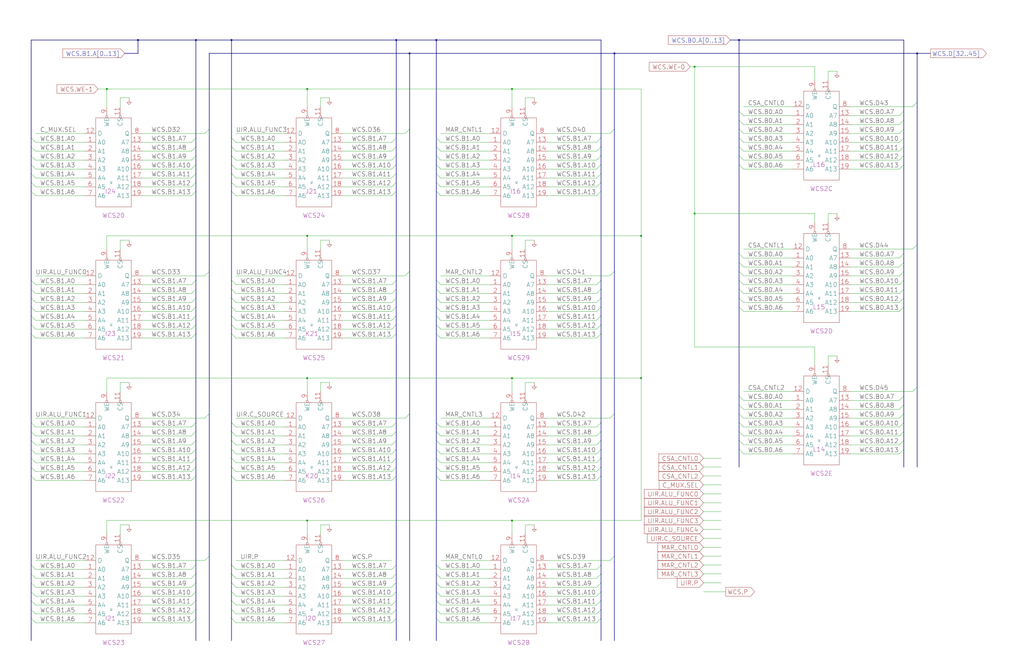
<source format=kicad_sch>
(kicad_sch (version 20220404) (generator eeschema)
  (paper "User" 584.2 378.46)
  (title_block (title "WRITABLE CONTROL STORE\\nWCS BITS 32 TO 45") (date "15-MAR-90") (rev "1.0") (comment 1 "TYPE") (comment 2 "232-003062") (comment 3 "S400") (comment 4 "RELEASED"))
  (junction (at 175.26 215.9))
  (junction (at 365.76 134.62))
  (junction (at 233.68 30.48))
  (junction (at 292.1 215.9))
  (junction (at 396.24 38.1))
  (junction (at 523.24 30.48))
  (junction (at 111.76 22.86))
  (junction (at 226.06 22.86))
  (junction (at 175.26 134.62))
  (junction (at 292.1 297.18))
  (junction (at 175.26 50.8))
  (junction (at 60.96 50.8))
  (junction (at 350.52 30.48))
  (junction (at 421.64 22.86))
  (junction (at 248.92 22.86))
  (junction (at 175.26 297.18))
  (junction (at 78.74 22.86))
  (junction (at 292.1 134.62))
  (junction (at 396.24 121.92))
  (junction (at 292.1 50.8))
  (junction (at 132.08 22.86))
  (junction (at 365.76 215.9))
  (bus_entry (at 17.78 175.26) (size 2.54 2.54))
  (bus_entry (at 515.62 251.46) (size -2.54 2.54))
  (bus_entry (at 233.68 154.94) (size -2.54 2.54))
  (bus_entry (at 119.38 73.66) (size -2.54 2.54))
  (bus_entry (at 248.92 170.18) (size 2.54 2.54))
  (bus_entry (at 17.78 327.66) (size 2.54 2.54))
  (bus_entry (at 132.08 347.98) (size 2.54 2.54))
  (bus_entry (at 132.08 322.58) (size 2.54 2.54))
  (bus_entry (at 248.92 251.46) (size 2.54 2.54))
  (bus_entry (at 111.76 337.82) (size -2.54 2.54))
  (bus_entry (at 515.62 226.06) (size -2.54 2.54))
  (bus_entry (at 17.78 266.7) (size 2.54 2.54))
  (bus_entry (at 226.06 322.58) (size -2.54 2.54))
  (bus_entry (at 515.62 231.14) (size -2.54 2.54))
  (bus_entry (at 132.08 256.54) (size 2.54 2.54))
  (bus_entry (at 515.62 68.58) (size -2.54 2.54))
  (bus_entry (at 132.08 160.02) (size 2.54 2.54))
  (bus_entry (at 421.64 251.46) (size 2.54 2.54))
  (bus_entry (at 342.9 165.1) (size -2.54 2.54))
  (bus_entry (at 132.08 109.22) (size 2.54 2.54))
  (bus_entry (at 17.78 88.9) (size 2.54 2.54))
  (bus_entry (at 248.92 327.66) (size 2.54 2.54))
  (bus_entry (at 17.78 347.98) (size 2.54 2.54))
  (bus_entry (at 421.64 149.86) (size 2.54 2.54))
  (bus_entry (at 226.06 180.34) (size -2.54 2.54))
  (bus_entry (at 226.06 261.62) (size -2.54 2.54))
  (bus_entry (at 421.64 154.94) (size 2.54 2.54))
  (bus_entry (at 226.06 347.98) (size -2.54 2.54))
  (bus_entry (at 248.92 246.38) (size 2.54 2.54))
  (bus_entry (at 248.92 332.74) (size 2.54 2.54))
  (bus_entry (at 132.08 185.42) (size 2.54 2.54))
  (bus_entry (at 421.64 78.74) (size 2.54 2.54))
  (bus_entry (at 421.64 83.82) (size 2.54 2.54))
  (bus_entry (at 342.9 170.18) (size -2.54 2.54))
  (bus_entry (at 132.08 261.62) (size 2.54 2.54))
  (bus_entry (at 111.76 109.22) (size -2.54 2.54))
  (bus_entry (at 132.08 342.9) (size 2.54 2.54))
  (bus_entry (at 132.08 175.26) (size 2.54 2.54))
  (bus_entry (at 17.78 353.06) (size 2.54 2.54))
  (bus_entry (at 515.62 154.94) (size -2.54 2.54))
  (bus_entry (at 342.9 261.62) (size -2.54 2.54))
  (bus_entry (at 421.64 73.66) (size 2.54 2.54))
  (bus_entry (at 226.06 109.22) (size -2.54 2.54))
  (bus_entry (at 226.06 327.66) (size -2.54 2.54))
  (bus_entry (at 226.06 165.1) (size -2.54 2.54))
  (bus_entry (at 111.76 93.98) (size -2.54 2.54))
  (bus_entry (at 119.38 236.22) (size -2.54 2.54))
  (bus_entry (at 17.78 165.1) (size 2.54 2.54))
  (bus_entry (at 248.92 104.14) (size 2.54 2.54))
  (bus_entry (at 248.92 347.98) (size 2.54 2.54))
  (bus_entry (at 421.64 246.38) (size 2.54 2.54))
  (bus_entry (at 132.08 241.3) (size 2.54 2.54))
  (bus_entry (at 226.06 83.82) (size -2.54 2.54))
  (bus_entry (at 111.76 347.98) (size -2.54 2.54))
  (bus_entry (at 111.76 256.54) (size -2.54 2.54))
  (bus_entry (at 350.52 317.5) (size -2.54 2.54))
  (bus_entry (at 17.78 246.38) (size 2.54 2.54))
  (bus_entry (at 515.62 246.38) (size -2.54 2.54))
  (bus_entry (at 111.76 160.02) (size -2.54 2.54))
  (bus_entry (at 132.08 88.9) (size 2.54 2.54))
  (bus_entry (at 17.78 78.74) (size 2.54 2.54))
  (bus_entry (at 111.76 332.74) (size -2.54 2.54))
  (bus_entry (at 233.68 236.22) (size -2.54 2.54))
  (bus_entry (at 132.08 337.82) (size 2.54 2.54))
  (bus_entry (at 342.9 190.5) (size -2.54 2.54))
  (bus_entry (at 17.78 271.78) (size 2.54 2.54))
  (bus_entry (at 226.06 332.74) (size -2.54 2.54))
  (bus_entry (at 17.78 190.5) (size 2.54 2.54))
  (bus_entry (at 248.92 165.1) (size 2.54 2.54))
  (bus_entry (at 342.9 332.74) (size -2.54 2.54))
  (bus_entry (at 226.06 246.38) (size -2.54 2.54))
  (bus_entry (at 132.08 104.14) (size 2.54 2.54))
  (bus_entry (at 515.62 170.18) (size -2.54 2.54))
  (bus_entry (at 132.08 190.5) (size 2.54 2.54))
  (bus_entry (at 111.76 261.62) (size -2.54 2.54))
  (bus_entry (at 226.06 170.18) (size -2.54 2.54))
  (bus_entry (at 132.08 266.7) (size 2.54 2.54))
  (bus_entry (at 17.78 342.9) (size 2.54 2.54))
  (bus_entry (at 226.06 256.54) (size -2.54 2.54))
  (bus_entry (at 523.24 139.7) (size -2.54 2.54))
  (bus_entry (at 421.64 160.02) (size 2.54 2.54))
  (bus_entry (at 17.78 337.82) (size 2.54 2.54))
  (bus_entry (at 226.06 190.5) (size -2.54 2.54))
  (bus_entry (at 17.78 185.42) (size 2.54 2.54))
  (bus_entry (at 226.06 342.9) (size -2.54 2.54))
  (bus_entry (at 226.06 78.74) (size -2.54 2.54))
  (bus_entry (at 111.76 322.58) (size -2.54 2.54))
  (bus_entry (at 342.9 337.82) (size -2.54 2.54))
  (bus_entry (at 342.9 266.7) (size -2.54 2.54))
  (bus_entry (at 248.92 99.06) (size 2.54 2.54))
  (bus_entry (at 515.62 165.1) (size -2.54 2.54))
  (bus_entry (at 132.08 165.1) (size 2.54 2.54))
  (bus_entry (at 342.9 256.54) (size -2.54 2.54))
  (bus_entry (at 350.52 236.22) (size -2.54 2.54))
  (bus_entry (at 226.06 337.82) (size -2.54 2.54))
  (bus_entry (at 111.76 185.42) (size -2.54 2.54))
  (bus_entry (at 111.76 165.1) (size -2.54 2.54))
  (bus_entry (at 226.06 266.7) (size -2.54 2.54))
  (bus_entry (at 132.08 180.34) (size 2.54 2.54))
  (bus_entry (at 421.64 236.22) (size 2.54 2.54))
  (bus_entry (at 17.78 322.58) (size 2.54 2.54))
  (bus_entry (at 248.92 256.54) (size 2.54 2.54))
  (bus_entry (at 248.92 78.74) (size 2.54 2.54))
  (bus_entry (at 132.08 83.82) (size 2.54 2.54))
  (bus_entry (at 226.06 241.3) (size -2.54 2.54))
  (bus_entry (at 226.06 271.78) (size -2.54 2.54))
  (bus_entry (at 248.92 271.78) (size 2.54 2.54))
  (bus_entry (at 111.76 83.82) (size -2.54 2.54))
  (bus_entry (at 342.9 78.74) (size -2.54 2.54))
  (bus_entry (at 17.78 332.74) (size 2.54 2.54))
  (bus_entry (at 248.92 266.7) (size 2.54 2.54))
  (bus_entry (at 111.76 88.9) (size -2.54 2.54))
  (bus_entry (at 111.76 78.74) (size -2.54 2.54))
  (bus_entry (at 226.06 251.46) (size -2.54 2.54))
  (bus_entry (at 342.9 109.22) (size -2.54 2.54))
  (bus_entry (at 248.92 337.82) (size 2.54 2.54))
  (bus_entry (at 132.08 353.06) (size 2.54 2.54))
  (bus_entry (at 515.62 93.98) (size -2.54 2.54))
  (bus_entry (at 111.76 175.26) (size -2.54 2.54))
  (bus_entry (at 17.78 256.54) (size 2.54 2.54))
  (bus_entry (at 17.78 99.06) (size 2.54 2.54))
  (bus_entry (at 421.64 231.14) (size 2.54 2.54))
  (bus_entry (at 248.92 185.42) (size 2.54 2.54))
  (bus_entry (at 226.06 88.9) (size -2.54 2.54))
  (bus_entry (at 515.62 144.78) (size -2.54 2.54))
  (bus_entry (at 248.92 241.3) (size 2.54 2.54))
  (bus_entry (at 233.68 73.66) (size -2.54 2.54))
  (bus_entry (at 515.62 78.74) (size -2.54 2.54))
  (bus_entry (at 248.92 160.02) (size 2.54 2.54))
  (bus_entry (at 111.76 251.46) (size -2.54 2.54))
  (bus_entry (at 342.9 180.34) (size -2.54 2.54))
  (bus_entry (at 515.62 83.82) (size -2.54 2.54))
  (bus_entry (at 342.9 342.9) (size -2.54 2.54))
  (bus_entry (at 342.9 104.14) (size -2.54 2.54))
  (bus_entry (at 421.64 93.98) (size 2.54 2.54))
  (bus_entry (at 515.62 256.54) (size -2.54 2.54))
  (bus_entry (at 421.64 63.5) (size 2.54 2.54))
  (bus_entry (at 111.76 99.06) (size -2.54 2.54))
  (bus_entry (at 342.9 347.98) (size -2.54 2.54))
  (bus_entry (at 421.64 88.9) (size 2.54 2.54))
  (bus_entry (at 342.9 241.3) (size -2.54 2.54))
  (bus_entry (at 342.9 83.82) (size -2.54 2.54))
  (bus_entry (at 515.62 175.26) (size -2.54 2.54))
  (bus_entry (at 248.92 109.22) (size 2.54 2.54))
  (bus_entry (at 248.92 93.98) (size 2.54 2.54))
  (bus_entry (at 226.06 175.26) (size -2.54 2.54))
  (bus_entry (at 515.62 88.9) (size -2.54 2.54))
  (bus_entry (at 515.62 236.22) (size -2.54 2.54))
  (bus_entry (at 226.06 104.14) (size -2.54 2.54))
  (bus_entry (at 17.78 160.02) (size 2.54 2.54))
  (bus_entry (at 132.08 99.06) (size 2.54 2.54))
  (bus_entry (at 132.08 246.38) (size 2.54 2.54))
  (bus_entry (at 111.76 241.3) (size -2.54 2.54))
  (bus_entry (at 523.24 58.42) (size -2.54 2.54))
  (bus_entry (at 17.78 109.22) (size 2.54 2.54))
  (bus_entry (at 350.52 73.66) (size -2.54 2.54))
  (bus_entry (at 17.78 261.62) (size 2.54 2.54))
  (bus_entry (at 342.9 185.42) (size -2.54 2.54))
  (bus_entry (at 248.92 322.58) (size 2.54 2.54))
  (bus_entry (at 119.38 317.5) (size -2.54 2.54))
  (bus_entry (at 132.08 78.74) (size 2.54 2.54))
  (bus_entry (at 248.92 88.9) (size 2.54 2.54))
  (bus_entry (at 111.76 353.06) (size -2.54 2.54))
  (bus_entry (at 248.92 175.26) (size 2.54 2.54))
  (bus_entry (at 421.64 175.26) (size 2.54 2.54))
  (bus_entry (at 515.62 241.3) (size -2.54 2.54))
  (bus_entry (at 132.08 93.98) (size 2.54 2.54))
  (bus_entry (at 132.08 170.18) (size 2.54 2.54))
  (bus_entry (at 342.9 322.58) (size -2.54 2.54))
  (bus_entry (at 111.76 190.5) (size -2.54 2.54))
  (bus_entry (at 111.76 327.66) (size -2.54 2.54))
  (bus_entry (at 119.38 154.94) (size -2.54 2.54))
  (bus_entry (at 17.78 180.34) (size 2.54 2.54))
  (bus_entry (at 17.78 251.46) (size 2.54 2.54))
  (bus_entry (at 350.52 154.94) (size -2.54 2.54))
  (bus_entry (at 111.76 342.9) (size -2.54 2.54))
  (bus_entry (at 17.78 104.14) (size 2.54 2.54))
  (bus_entry (at 111.76 180.34) (size -2.54 2.54))
  (bus_entry (at 421.64 165.1) (size 2.54 2.54))
  (bus_entry (at 523.24 220.98) (size -2.54 2.54))
  (bus_entry (at 342.9 353.06) (size -2.54 2.54))
  (bus_entry (at 515.62 73.66) (size -2.54 2.54))
  (bus_entry (at 342.9 327.66) (size -2.54 2.54))
  (bus_entry (at 248.92 190.5) (size 2.54 2.54))
  (bus_entry (at 111.76 104.14) (size -2.54 2.54))
  (bus_entry (at 226.06 353.06) (size -2.54 2.54))
  (bus_entry (at 421.64 226.06) (size 2.54 2.54))
  (bus_entry (at 17.78 93.98) (size 2.54 2.54))
  (bus_entry (at 132.08 332.74) (size 2.54 2.54))
  (bus_entry (at 342.9 160.02) (size -2.54 2.54))
  (bus_entry (at 421.64 170.18) (size 2.54 2.54))
  (bus_entry (at 248.92 353.06) (size 2.54 2.54))
  (bus_entry (at 342.9 88.9) (size -2.54 2.54))
  (bus_entry (at 515.62 63.5) (size -2.54 2.54))
  (bus_entry (at 226.06 93.98) (size -2.54 2.54))
  (bus_entry (at 111.76 170.18) (size -2.54 2.54))
  (bus_entry (at 17.78 170.18) (size 2.54 2.54))
  (bus_entry (at 17.78 241.3) (size 2.54 2.54))
  (bus_entry (at 248.92 180.34) (size 2.54 2.54))
  (bus_entry (at 226.06 160.02) (size -2.54 2.54))
  (bus_entry (at 342.9 175.26) (size -2.54 2.54))
  (bus_entry (at 132.08 327.66) (size 2.54 2.54))
  (bus_entry (at 17.78 83.82) (size 2.54 2.54))
  (bus_entry (at 342.9 99.06) (size -2.54 2.54))
  (bus_entry (at 111.76 271.78) (size -2.54 2.54))
  (bus_entry (at 421.64 256.54) (size 2.54 2.54))
  (bus_entry (at 515.62 149.86) (size -2.54 2.54))
  (bus_entry (at 515.62 160.02) (size -2.54 2.54))
  (bus_entry (at 342.9 271.78) (size -2.54 2.54))
  (bus_entry (at 132.08 251.46) (size 2.54 2.54))
  (bus_entry (at 132.08 271.78) (size 2.54 2.54))
  (bus_entry (at 248.92 342.9) (size 2.54 2.54))
  (bus_entry (at 421.64 241.3) (size 2.54 2.54))
  (bus_entry (at 226.06 185.42) (size -2.54 2.54))
  (bus_entry (at 342.9 93.98) (size -2.54 2.54))
  (bus_entry (at 421.64 68.58) (size 2.54 2.54))
  (bus_entry (at 342.9 251.46) (size -2.54 2.54))
  (bus_entry (at 421.64 144.78) (size 2.54 2.54))
  (bus_entry (at 111.76 246.38) (size -2.54 2.54))
  (bus_entry (at 111.76 266.7) (size -2.54 2.54))
  (bus_entry (at 248.92 83.82) (size 2.54 2.54))
  (bus_entry (at 226.06 99.06) (size -2.54 2.54))
  (bus_entry (at 248.92 261.62) (size 2.54 2.54))
  (bus_entry (at 342.9 246.38) (size -2.54 2.54))
  (wire (pts (xy 195.58 259.08) (xy 223.52 259.08)))
  (bus (pts (xy 119.38 30.48) (xy 119.38 73.66)))
  (wire (pts (xy 182.88 137.16) (xy 187.96 137.16)))
  (wire (pts (xy 81.28 345.44) (xy 109.22 345.44)))
  (wire (pts (xy 20.32 248.92) (xy 48.26 248.92)))
  (wire (pts (xy 20.32 106.68) (xy 48.26 106.68)))
  (wire (pts (xy 20.32 269.24) (xy 48.26 269.24)))
  (wire (pts (xy 134.62 177.8) (xy 162.56 177.8)))
  (wire (pts (xy 424.18 167.64) (xy 452.12 167.64)))
  (bus (pts (xy 421.64 165.1) (xy 421.64 170.18)))
  (bus (pts (xy 523.24 220.98) (xy 523.24 266.7)))
  (wire (pts (xy 20.32 167.64) (xy 48.26 167.64)))
  (wire (pts (xy 20.32 96.52) (xy 48.26 96.52)))
  (bus (pts (xy 342.9 104.14) (xy 342.9 109.22)))
  (wire (pts (xy 251.46 86.36) (xy 279.4 86.36)))
  (wire (pts (xy 292.1 297.18) (xy 292.1 304.8)))
  (wire (pts (xy 299.72 55.88) (xy 304.8 55.88)))
  (wire (pts (xy 195.58 187.96) (xy 223.52 187.96)))
  (bus (pts (xy 515.62 160.02) (xy 515.62 165.1)))
  (wire (pts (xy 472.44 45.72) (xy 472.44 40.64)))
  (bus (pts (xy 248.92 266.7) (xy 248.92 271.78)))
  (bus (pts (xy 17.78 337.82) (xy 17.78 342.9)))
  (bus (pts (xy 17.78 104.14) (xy 17.78 109.22)))
  (wire (pts (xy 292.1 50.8) (xy 365.76 50.8)))
  (wire (pts (xy 251.46 91.44) (xy 279.4 91.44)))
  (bus (pts (xy 132.08 99.06) (xy 132.08 104.14)))
  (bus (pts (xy 132.08 246.38) (xy 132.08 251.46)))
  (wire (pts (xy 20.32 157.48) (xy 48.26 157.48)))
  (bus (pts (xy 515.62 241.3) (xy 515.62 246.38)))
  (bus (pts (xy 248.92 332.74) (xy 248.92 337.82)))
  (wire (pts (xy 485.14 172.72) (xy 513.08 172.72)))
  (wire (pts (xy 312.42 345.44) (xy 340.36 345.44)))
  (wire (pts (xy 401.32 261.62) (xy 411.48 261.62)))
  (wire (pts (xy 312.42 177.8) (xy 340.36 177.8)))
  (wire (pts (xy 464.82 121.92) (xy 464.82 127)))
  (bus (pts (xy 226.06 347.98) (xy 226.06 353.06)))
  (bus (pts (xy 342.9 160.02) (xy 342.9 165.1)))
  (bus (pts (xy 342.9 99.06) (xy 342.9 104.14)))
  (bus (pts (xy 111.76 327.66) (xy 111.76 332.74)))
  (wire (pts (xy 134.62 350.52) (xy 162.56 350.52)))
  (wire (pts (xy 175.26 297.18) (xy 292.1 297.18)))
  (wire (pts (xy 81.28 182.88) (xy 109.22 182.88)))
  (wire (pts (xy 20.32 264.16) (xy 48.26 264.16)))
  (wire (pts (xy 20.32 330.2) (xy 48.26 330.2)))
  (bus (pts (xy 132.08 175.26) (xy 132.08 180.34)))
  (wire (pts (xy 60.96 297.18) (xy 175.26 297.18)))
  (wire (pts (xy 20.32 350.52) (xy 48.26 350.52)))
  (wire (pts (xy 134.62 76.2) (xy 162.56 76.2)))
  (wire (pts (xy 20.32 86.36) (xy 48.26 86.36)))
  (bus (pts (xy 226.06 160.02) (xy 226.06 165.1)))
  (wire (pts (xy 68.58 218.44) (xy 73.66 218.44)))
  (wire (pts (xy 312.42 325.12) (xy 340.36 325.12)))
  (wire (pts (xy 401.32 297.18) (xy 411.48 297.18)))
  (wire (pts (xy 195.58 101.6) (xy 223.52 101.6)))
  (wire (pts (xy 424.18 248.92) (xy 452.12 248.92)))
  (wire (pts (xy 182.88 304.8) (xy 182.88 299.72)))
  (bus (pts (xy 515.62 63.5) (xy 515.62 68.58)))
  (bus (pts (xy 342.9 78.74) (xy 342.9 83.82)))
  (bus (pts (xy 17.78 327.66) (xy 17.78 332.74)))
  (bus (pts (xy 226.06 337.82) (xy 226.06 342.9)))
  (bus (pts (xy 248.92 83.82) (xy 248.92 88.9)))
  (wire (pts (xy 485.14 233.68) (xy 513.08 233.68)))
  (wire (pts (xy 134.62 259.08) (xy 162.56 259.08)))
  (bus (pts (xy 226.06 241.3) (xy 226.06 246.38)))
  (bus (pts (xy 226.06 99.06) (xy 226.06 104.14)))
  (wire (pts (xy 134.62 106.68) (xy 162.56 106.68)))
  (wire (pts (xy 485.14 81.28) (xy 513.08 81.28)))
  (wire (pts (xy 195.58 248.92) (xy 223.52 248.92)))
  (bus (pts (xy 226.06 353.06) (xy 226.06 365.76)))
  (bus (pts (xy 248.92 251.46) (xy 248.92 256.54)))
  (bus (pts (xy 248.92 175.26) (xy 248.92 180.34)))
  (wire (pts (xy 134.62 335.28) (xy 162.56 335.28)))
  (wire (pts (xy 68.58 223.52) (xy 68.58 218.44)))
  (wire (pts (xy 485.14 147.32) (xy 513.08 147.32)))
  (bus (pts (xy 119.38 236.22) (xy 119.38 317.5)))
  (bus (pts (xy 421.64 241.3) (xy 421.64 246.38)))
  (wire (pts (xy 20.32 177.8) (xy 48.26 177.8)))
  (wire (pts (xy 134.62 182.88) (xy 162.56 182.88)))
  (bus (pts (xy 17.78 78.74) (xy 17.78 83.82)))
  (bus (pts (xy 342.9 337.82) (xy 342.9 342.9)))
  (wire (pts (xy 134.62 172.72) (xy 162.56 172.72)))
  (wire (pts (xy 134.62 238.76) (xy 162.56 238.76)))
  (wire (pts (xy 20.32 76.2) (xy 48.26 76.2)))
  (wire (pts (xy 134.62 101.6) (xy 162.56 101.6)))
  (wire (pts (xy 195.58 172.72) (xy 223.52 172.72)))
  (wire (pts (xy 312.42 254) (xy 340.36 254)))
  (bus (pts (xy 226.06 342.9) (xy 226.06 347.98)))
  (wire (pts (xy 424.18 238.76) (xy 452.12 238.76)))
  (wire (pts (xy 472.44 208.28) (xy 472.44 203.2)))
  (bus (pts (xy 226.06 190.5) (xy 226.06 241.3)))
  (wire (pts (xy 401.32 332.74) (xy 411.48 332.74)))
  (bus (pts (xy 132.08 251.46) (xy 132.08 256.54)))
  (bus (pts (xy 248.92 271.78) (xy 248.92 322.58)))
  (wire (pts (xy 312.42 355.6) (xy 340.36 355.6)))
  (bus (pts (xy 248.92 165.1) (xy 248.92 170.18)))
  (wire (pts (xy 401.32 271.78) (xy 411.48 271.78)))
  (wire (pts (xy 251.46 167.64) (xy 279.4 167.64)))
  (bus (pts (xy 111.76 180.34) (xy 111.76 185.42)))
  (wire (pts (xy 251.46 182.88) (xy 279.4 182.88)))
  (wire (pts (xy 60.96 50.8) (xy 175.26 50.8)))
  (wire (pts (xy 81.28 274.32) (xy 109.22 274.32)))
  (bus (pts (xy 515.62 170.18) (xy 515.62 175.26)))
  (wire (pts (xy 251.46 81.28) (xy 279.4 81.28)))
  (wire (pts (xy 20.32 355.6) (xy 48.26 355.6)))
  (bus (pts (xy 350.52 154.94) (xy 350.52 236.22)))
  (bus (pts (xy 342.9 342.9) (xy 342.9 347.98)))
  (bus (pts (xy 111.76 353.06) (xy 111.76 365.76)))
  (wire (pts (xy 401.32 337.82) (xy 414.02 337.82)))
  (wire (pts (xy 134.62 340.36) (xy 162.56 340.36)))
  (wire (pts (xy 81.28 96.52) (xy 109.22 96.52)))
  (wire (pts (xy 251.46 248.92) (xy 279.4 248.92)))
  (wire (pts (xy 81.28 157.48) (xy 116.84 157.48)))
  (bus (pts (xy 111.76 104.14) (xy 111.76 109.22)))
  (bus (pts (xy 111.76 251.46) (xy 111.76 256.54)))
  (wire (pts (xy 251.46 254) (xy 279.4 254)))
  (wire (pts (xy 485.14 228.6) (xy 513.08 228.6)))
  (wire (pts (xy 68.58 55.88) (xy 73.66 55.88)))
  (bus (pts (xy 17.78 93.98) (xy 17.78 99.06)))
  (wire (pts (xy 401.32 307.34) (xy 411.48 307.34)))
  (bus (pts (xy 421.64 78.74) (xy 421.64 83.82)))
  (bus (pts (xy 111.76 175.26) (xy 111.76 180.34)))
  (wire (pts (xy 134.62 187.96) (xy 162.56 187.96)))
  (wire (pts (xy 401.32 327.66) (xy 411.48 327.66)))
  (bus (pts (xy 515.62 226.06) (xy 515.62 231.14)))
  (wire (pts (xy 312.42 76.2) (xy 347.98 76.2)))
  (wire (pts (xy 81.28 320.04) (xy 116.84 320.04)))
  (wire (pts (xy 134.62 81.28) (xy 162.56 81.28)))
  (bus (pts (xy 132.08 347.98) (xy 132.08 353.06)))
  (wire (pts (xy 175.26 215.9) (xy 175.26 223.52)))
  (bus (pts (xy 111.76 83.82) (xy 111.76 88.9)))
  (wire (pts (xy 485.14 152.4) (xy 513.08 152.4)))
  (bus (pts (xy 233.68 30.48) (xy 233.68 73.66)))
  (bus (pts (xy 111.76 266.7) (xy 111.76 271.78)))
  (wire (pts (xy 81.28 243.84) (xy 109.22 243.84)))
  (bus (pts (xy 17.78 170.18) (xy 17.78 175.26)))
  (wire (pts (xy 134.62 248.92) (xy 162.56 248.92)))
  (wire (pts (xy 472.44 203.2) (xy 477.52 203.2)))
  (bus (pts (xy 132.08 185.42) (xy 132.08 190.5)))
  (wire (pts (xy 60.96 50.8) (xy 60.96 60.96)))
  (bus (pts (xy 226.06 332.74) (xy 226.06 337.82)))
  (wire (pts (xy 182.88 299.72) (xy 187.96 299.72)))
  (wire (pts (xy 485.14 177.8) (xy 513.08 177.8)))
  (wire (pts (xy 485.14 96.52) (xy 513.08 96.52)))
  (wire (pts (xy 251.46 96.52) (xy 279.4 96.52)))
  (wire (pts (xy 195.58 193.04) (xy 223.52 193.04)))
  (bus (pts (xy 342.9 165.1) (xy 342.9 170.18)))
  (bus (pts (xy 17.78 88.9) (xy 17.78 93.98)))
  (wire (pts (xy 195.58 269.24) (xy 223.52 269.24)))
  (bus (pts (xy 421.64 154.94) (xy 421.64 160.02)))
  (wire (pts (xy 195.58 167.64) (xy 223.52 167.64)))
  (wire (pts (xy 134.62 330.2) (xy 162.56 330.2)))
  (wire (pts (xy 251.46 259.08) (xy 279.4 259.08)))
  (wire (pts (xy 396.24 38.1) (xy 464.82 38.1)))
  (bus (pts (xy 226.06 22.86) (xy 226.06 78.74)))
  (wire (pts (xy 251.46 106.68) (xy 279.4 106.68)))
  (wire (pts (xy 134.62 274.32) (xy 162.56 274.32)))
  (wire (pts (xy 312.42 335.28) (xy 340.36 335.28)))
  (wire (pts (xy 365.76 215.9) (xy 292.1 215.9)))
  (bus (pts (xy 421.64 170.18) (xy 421.64 175.26)))
  (bus (pts (xy 111.76 99.06) (xy 111.76 104.14)))
  (bus (pts (xy 233.68 236.22) (xy 233.68 365.76)))
  (bus (pts (xy 17.78 347.98) (xy 17.78 353.06)))
  (bus (pts (xy 226.06 180.34) (xy 226.06 185.42)))
  (bus (pts (xy 111.76 93.98) (xy 111.76 99.06)))
  (wire (pts (xy 251.46 325.12) (xy 279.4 325.12)))
  (wire (pts (xy 182.88 142.24) (xy 182.88 137.16)))
  (wire (pts (xy 68.58 304.8) (xy 68.58 299.72)))
  (wire (pts (xy 81.28 350.52) (xy 109.22 350.52)))
  (wire (pts (xy 81.28 238.76) (xy 116.84 238.76)))
  (wire (pts (xy 312.42 264.16) (xy 340.36 264.16)))
  (bus (pts (xy 111.76 271.78) (xy 111.76 322.58)))
  (bus (pts (xy 342.9 251.46) (xy 342.9 256.54)))
  (bus (pts (xy 226.06 322.58) (xy 226.06 327.66)))
  (wire (pts (xy 175.26 215.9) (xy 60.96 215.9)))
  (bus (pts (xy 248.92 22.86) (xy 342.9 22.86)))
  (bus (pts (xy 515.62 149.86) (xy 515.62 154.94)))
  (bus (pts (xy 17.78 109.22) (xy 17.78 160.02)))
  (bus (pts (xy 17.78 342.9) (xy 17.78 347.98)))
  (bus (pts (xy 111.76 165.1) (xy 111.76 170.18)))
  (wire (pts (xy 424.18 71.12) (xy 452.12 71.12)))
  (wire (pts (xy 195.58 91.44) (xy 223.52 91.44)))
  (bus (pts (xy 226.06 266.7) (xy 226.06 271.78)))
  (wire (pts (xy 134.62 355.6) (xy 162.56 355.6)))
  (bus (pts (xy 17.78 185.42) (xy 17.78 190.5)))
  (bus (pts (xy 248.92 22.86) (xy 248.92 78.74)))
  (bus (pts (xy 132.08 261.62) (xy 132.08 266.7)))
  (wire (pts (xy 251.46 330.2) (xy 279.4 330.2)))
  (bus (pts (xy 111.76 332.74) (xy 111.76 337.82)))
  (bus (pts (xy 515.62 68.58) (xy 515.62 73.66)))
  (wire (pts (xy 424.18 147.32) (xy 452.12 147.32)))
  (bus (pts (xy 421.64 63.5) (xy 421.64 68.58)))
  (bus (pts (xy 248.92 99.06) (xy 248.92 104.14)))
  (bus (pts (xy 421.64 149.86) (xy 421.64 154.94)))
  (wire (pts (xy 195.58 157.48) (xy 231.14 157.48)))
  (bus (pts (xy 515.62 165.1) (xy 515.62 170.18)))
  (bus (pts (xy 342.9 266.7) (xy 342.9 271.78)))
  (bus (pts (xy 342.9 271.78) (xy 342.9 322.58)))
  (bus (pts (xy 111.76 322.58) (xy 111.76 327.66)))
  (wire (pts (xy 195.58 111.76) (xy 223.52 111.76)))
  (wire (pts (xy 175.26 297.18) (xy 175.26 304.8)))
  (wire (pts (xy 312.42 320.04) (xy 347.98 320.04)))
  (bus (pts (xy 132.08 241.3) (xy 132.08 246.38)))
  (bus (pts (xy 248.92 322.58) (xy 248.92 327.66)))
  (wire (pts (xy 60.96 297.18) (xy 60.96 304.8)))
  (bus (pts (xy 132.08 190.5) (xy 132.08 241.3)))
  (wire (pts (xy 424.18 243.84) (xy 452.12 243.84)))
  (wire (pts (xy 312.42 172.72) (xy 340.36 172.72)))
  (wire (pts (xy 312.42 238.76) (xy 347.98 238.76)))
  (bus (pts (xy 78.74 30.48) (xy 78.74 22.86)))
  (wire (pts (xy 312.42 243.84) (xy 340.36 243.84)))
  (wire (pts (xy 401.32 322.58) (xy 411.48 322.58)))
  (wire (pts (xy 251.46 340.36) (xy 279.4 340.36)))
  (wire (pts (xy 424.18 66.04) (xy 452.12 66.04)))
  (bus (pts (xy 17.78 353.06) (xy 17.78 365.76)))
  (wire (pts (xy 195.58 86.36) (xy 223.52 86.36)))
  (wire (pts (xy 195.58 96.52) (xy 223.52 96.52)))
  (wire (pts (xy 68.58 137.16) (xy 73.66 137.16)))
  (wire (pts (xy 365.76 50.8) (xy 365.76 134.62)))
  (wire (pts (xy 195.58 340.36) (xy 223.52 340.36)))
  (wire (pts (xy 485.14 71.12) (xy 513.08 71.12)))
  (wire (pts (xy 134.62 193.04) (xy 162.56 193.04)))
  (bus (pts (xy 17.78 165.1) (xy 17.78 170.18)))
  (wire (pts (xy 464.82 38.1) (xy 464.82 45.72)))
  (wire (pts (xy 175.26 50.8) (xy 175.26 60.96)))
  (bus (pts (xy 17.78 322.58) (xy 17.78 327.66)))
  (wire (pts (xy 81.28 330.2) (xy 109.22 330.2)))
  (wire (pts (xy 81.28 177.8) (xy 109.22 177.8)))
  (bus (pts (xy 226.06 109.22) (xy 226.06 160.02)))
  (bus (pts (xy 17.78 251.46) (xy 17.78 256.54)))
  (bus (pts (xy 226.06 175.26) (xy 226.06 180.34)))
  (bus (pts (xy 350.52 73.66) (xy 350.52 154.94)))
  (wire (pts (xy 81.28 259.08) (xy 109.22 259.08)))
  (wire (pts (xy 195.58 238.76) (xy 231.14 238.76)))
  (bus (pts (xy 226.06 165.1) (xy 226.06 170.18)))
  (wire (pts (xy 401.32 302.26) (xy 411.48 302.26)))
  (wire (pts (xy 424.18 142.24) (xy 452.12 142.24)))
  (bus (pts (xy 248.92 78.74) (xy 248.92 83.82)))
  (bus (pts (xy 132.08 78.74) (xy 132.08 83.82)))
  (bus (pts (xy 342.9 322.58) (xy 342.9 327.66)))
  (bus (pts (xy 421.64 226.06) (xy 421.64 231.14)))
  (wire (pts (xy 175.26 134.62) (xy 292.1 134.62)))
  (bus (pts (xy 515.62 88.9) (xy 515.62 93.98)))
  (wire (pts (xy 299.72 137.16) (xy 304.8 137.16)))
  (wire (pts (xy 20.32 254) (xy 48.26 254)))
  (bus (pts (xy 17.78 261.62) (xy 17.78 266.7)))
  (wire (pts (xy 251.46 111.76) (xy 279.4 111.76)))
  (wire (pts (xy 134.62 320.04) (xy 162.56 320.04)))
  (wire (pts (xy 182.88 60.96) (xy 182.88 55.88)))
  (wire (pts (xy 424.18 162.56) (xy 452.12 162.56)))
  (wire (pts (xy 472.44 40.64) (xy 477.52 40.64)))
  (bus (pts (xy 248.92 170.18) (xy 248.92 175.26)))
  (wire (pts (xy 251.46 172.72) (xy 279.4 172.72)))
  (wire (pts (xy 396.24 198.12) (xy 396.24 121.92)))
  (bus (pts (xy 111.76 256.54) (xy 111.76 261.62)))
  (wire (pts (xy 312.42 81.28) (xy 340.36 81.28)))
  (bus (pts (xy 111.76 170.18) (xy 111.76 175.26)))
  (wire (pts (xy 81.28 193.04) (xy 109.22 193.04)))
  (wire (pts (xy 68.58 299.72) (xy 73.66 299.72)))
  (wire (pts (xy 20.32 320.04) (xy 48.26 320.04)))
  (bus (pts (xy 119.38 317.5) (xy 119.38 365.76)))
  (wire (pts (xy 20.32 259.08) (xy 48.26 259.08)))
  (bus (pts (xy 132.08 332.74) (xy 132.08 337.82)))
  (bus (pts (xy 523.24 30.48) (xy 523.24 58.42)))
  (wire (pts (xy 485.14 86.36) (xy 513.08 86.36)))
  (wire (pts (xy 81.28 340.36) (xy 109.22 340.36)))
  (wire (pts (xy 182.88 218.44) (xy 187.96 218.44)))
  (wire (pts (xy 312.42 91.44) (xy 340.36 91.44)))
  (wire (pts (xy 424.18 177.8) (xy 452.12 177.8)))
  (wire (pts (xy 292.1 215.9) (xy 292.1 223.52)))
  (bus (pts (xy 132.08 170.18) (xy 132.08 175.26)))
  (wire (pts (xy 134.62 345.44) (xy 162.56 345.44)))
  (wire (pts (xy 312.42 340.36) (xy 340.36 340.36)))
  (wire (pts (xy 20.32 91.44) (xy 48.26 91.44)))
  (bus (pts (xy 342.9 170.18) (xy 342.9 175.26)))
  (wire (pts (xy 299.72 142.24) (xy 299.72 137.16)))
  (wire (pts (xy 464.82 198.12) (xy 464.82 208.28)))
  (bus (pts (xy 515.62 78.74) (xy 515.62 83.82)))
  (wire (pts (xy 251.46 76.2) (xy 279.4 76.2)))
  (wire (pts (xy 424.18 259.08) (xy 452.12 259.08)))
  (bus (pts (xy 226.06 170.18) (xy 226.06 175.26)))
  (wire (pts (xy 312.42 193.04) (xy 340.36 193.04)))
  (wire (pts (xy 81.28 162.56) (xy 109.22 162.56)))
  (bus (pts (xy 233.68 73.66) (xy 233.68 154.94)))
  (wire (pts (xy 424.18 152.4) (xy 452.12 152.4)))
  (bus (pts (xy 515.62 93.98) (xy 515.62 144.78)))
  (wire (pts (xy 365.76 134.62) (xy 365.76 215.9)))
  (wire (pts (xy 299.72 223.52) (xy 299.72 218.44)))
  (wire (pts (xy 20.32 340.36) (xy 48.26 340.36)))
  (bus (pts (xy 17.78 99.06) (xy 17.78 104.14)))
  (wire (pts (xy 182.88 223.52) (xy 182.88 218.44)))
  (bus (pts (xy 248.92 327.66) (xy 248.92 332.74)))
  (bus (pts (xy 342.9 261.62) (xy 342.9 266.7)))
  (bus (pts (xy 248.92 160.02) (xy 248.92 165.1)))
  (wire (pts (xy 424.18 254) (xy 452.12 254)))
  (wire (pts (xy 401.32 287.02) (xy 411.48 287.02)))
  (bus (pts (xy 111.76 160.02) (xy 111.76 165.1)))
  (wire (pts (xy 312.42 101.6) (xy 340.36 101.6)))
  (wire (pts (xy 20.32 335.28) (xy 48.26 335.28)))
  (wire (pts (xy 312.42 167.64) (xy 340.36 167.64)))
  (wire (pts (xy 312.42 248.92) (xy 340.36 248.92)))
  (wire (pts (xy 401.32 317.5) (xy 411.48 317.5)))
  (wire (pts (xy 20.32 187.96) (xy 48.26 187.96)))
  (bus (pts (xy 226.06 256.54) (xy 226.06 261.62)))
  (bus (pts (xy 515.62 251.46) (xy 515.62 256.54)))
  (bus (pts (xy 17.78 83.82) (xy 17.78 88.9)))
  (bus (pts (xy 350.52 30.48) (xy 523.24 30.48)))
  (wire (pts (xy 195.58 76.2) (xy 231.14 76.2)))
  (wire (pts (xy 312.42 182.88) (xy 340.36 182.88)))
  (bus (pts (xy 421.64 22.86) (xy 515.62 22.86)))
  (bus (pts (xy 421.64 88.9) (xy 421.64 93.98)))
  (wire (pts (xy 401.32 312.42) (xy 411.48 312.42)))
  (bus (pts (xy 342.9 332.74) (xy 342.9 337.82)))
  (wire (pts (xy 81.28 91.44) (xy 109.22 91.44)))
  (wire (pts (xy 195.58 177.8) (xy 223.52 177.8)))
  (bus (pts (xy 350.52 317.5) (xy 350.52 365.76)))
  (bus (pts (xy 132.08 83.82) (xy 132.08 88.9)))
  (bus (pts (xy 421.64 231.14) (xy 421.64 236.22)))
  (wire (pts (xy 134.62 269.24) (xy 162.56 269.24)))
  (bus (pts (xy 350.52 30.48) (xy 350.52 73.66)))
  (bus (pts (xy 119.38 30.48) (xy 233.68 30.48)))
  (bus (pts (xy 111.76 246.38) (xy 111.76 251.46)))
  (wire (pts (xy 134.62 157.48) (xy 162.56 157.48)))
  (wire (pts (xy 134.62 91.44) (xy 162.56 91.44)))
  (bus (pts (xy 226.06 327.66) (xy 226.06 332.74)))
  (bus (pts (xy 342.9 190.5) (xy 342.9 241.3)))
  (wire (pts (xy 292.1 50.8) (xy 292.1 60.96)))
  (bus (pts (xy 132.08 337.82) (xy 132.08 342.9)))
  (wire (pts (xy 20.32 182.88) (xy 48.26 182.88)))
  (wire (pts (xy 312.42 157.48) (xy 347.98 157.48)))
  (wire (pts (xy 485.14 238.76) (xy 513.08 238.76)))
  (bus (pts (xy 342.9 93.98) (xy 342.9 99.06)))
  (bus (pts (xy 111.76 22.86) (xy 132.08 22.86)))
  (wire (pts (xy 195.58 320.04) (xy 223.52 320.04)))
  (wire (pts (xy 401.32 281.94) (xy 411.48 281.94)))
  (bus (pts (xy 226.06 88.9) (xy 226.06 93.98)))
  (wire (pts (xy 401.32 266.7) (xy 411.48 266.7)))
  (wire (pts (xy 175.26 50.8) (xy 292.1 50.8)))
  (wire (pts (xy 20.32 274.32) (xy 48.26 274.32)))
  (wire (pts (xy 312.42 187.96) (xy 340.36 187.96)))
  (wire (pts (xy 292.1 297.18) (xy 365.76 297.18)))
  (wire (pts (xy 251.46 187.96) (xy 279.4 187.96)))
  (bus (pts (xy 342.9 353.06) (xy 342.9 365.76)))
  (bus (pts (xy 248.92 241.3) (xy 248.92 246.38)))
  (wire (pts (xy 60.96 134.62) (xy 175.26 134.62)))
  (bus (pts (xy 248.92 180.34) (xy 248.92 185.42)))
  (bus (pts (xy 132.08 266.7) (xy 132.08 271.78)))
  (bus (pts (xy 248.92 93.98) (xy 248.92 99.06)))
  (wire (pts (xy 134.62 167.64) (xy 162.56 167.64)))
  (bus (pts (xy 233.68 30.48) (xy 350.52 30.48)))
  (bus (pts (xy 248.92 190.5) (xy 248.92 241.3)))
  (bus (pts (xy 111.76 347.98) (xy 111.76 353.06)))
  (bus (pts (xy 132.08 165.1) (xy 132.08 170.18)))
  (bus (pts (xy 111.76 342.9) (xy 111.76 347.98)))
  (bus (pts (xy 132.08 353.06) (xy 132.08 365.76)))
  (wire (pts (xy 134.62 86.36) (xy 162.56 86.36)))
  (wire (pts (xy 312.42 269.24) (xy 340.36 269.24)))
  (wire (pts (xy 312.42 259.08) (xy 340.36 259.08)))
  (bus (pts (xy 17.78 266.7) (xy 17.78 271.78)))
  (bus (pts (xy 248.92 342.9) (xy 248.92 347.98)))
  (bus (pts (xy 342.9 327.66) (xy 342.9 332.74)))
  (wire (pts (xy 251.46 243.84) (xy 279.4 243.84)))
  (wire (pts (xy 251.46 101.6) (xy 279.4 101.6)))
  (bus (pts (xy 515.62 144.78) (xy 515.62 149.86)))
  (wire (pts (xy 60.96 215.9) (xy 60.96 223.52)))
  (wire (pts (xy 81.28 167.64) (xy 109.22 167.64)))
  (wire (pts (xy 485.14 243.84) (xy 513.08 243.84)))
  (bus (pts (xy 111.76 78.74) (xy 111.76 83.82)))
  (wire (pts (xy 20.32 325.12) (xy 48.26 325.12)))
  (wire (pts (xy 424.18 91.44) (xy 452.12 91.44)))
  (wire (pts (xy 20.32 172.72) (xy 48.26 172.72)))
  (bus (pts (xy 119.38 73.66) (xy 119.38 154.94)))
  (wire (pts (xy 20.32 238.76) (xy 48.26 238.76)))
  (wire (pts (xy 81.28 335.28) (xy 109.22 335.28)))
  (bus (pts (xy 248.92 353.06) (xy 248.92 365.76)))
  (bus (pts (xy 17.78 175.26) (xy 17.78 180.34)))
  (bus (pts (xy 421.64 256.54) (xy 421.64 266.7)))
  (bus (pts (xy 17.78 256.54) (xy 17.78 261.62)))
  (wire (pts (xy 299.72 304.8) (xy 299.72 299.72)))
  (wire (pts (xy 472.44 127) (xy 472.44 121.92)))
  (bus (pts (xy 342.9 347.98) (xy 342.9 353.06)))
  (wire (pts (xy 81.28 86.36) (xy 109.22 86.36)))
  (wire (pts (xy 20.32 111.76) (xy 48.26 111.76)))
  (wire (pts (xy 485.14 167.64) (xy 513.08 167.64)))
  (wire (pts (xy 251.46 193.04) (xy 279.4 193.04)))
  (bus (pts (xy 248.92 88.9) (xy 248.92 93.98)))
  (wire (pts (xy 134.62 325.12) (xy 162.56 325.12)))
  (wire (pts (xy 251.46 238.76) (xy 279.4 238.76)))
  (bus (pts (xy 226.06 271.78) (xy 226.06 322.58)))
  (wire (pts (xy 485.14 162.56) (xy 513.08 162.56)))
  (bus (pts (xy 515.62 154.94) (xy 515.62 160.02)))
  (bus (pts (xy 226.06 22.86) (xy 248.92 22.86)))
  (bus (pts (xy 226.06 185.42) (xy 226.06 190.5)))
  (wire (pts (xy 485.14 248.92) (xy 513.08 248.92)))
  (bus (pts (xy 523.24 30.48) (xy 530.86 30.48)))
  (wire (pts (xy 312.42 96.52) (xy 340.36 96.52)))
  (wire (pts (xy 81.28 248.92) (xy 109.22 248.92)))
  (wire (pts (xy 81.28 264.16) (xy 109.22 264.16)))
  (bus (pts (xy 17.78 332.74) (xy 17.78 337.82)))
  (bus (pts (xy 342.9 175.26) (xy 342.9 180.34)))
  (bus (pts (xy 111.76 261.62) (xy 111.76 266.7)))
  (wire (pts (xy 292.1 134.62) (xy 365.76 134.62)))
  (bus (pts (xy 523.24 139.7) (xy 523.24 220.98)))
  (bus (pts (xy 421.64 83.82) (xy 421.64 88.9)))
  (wire (pts (xy 396.24 121.92) (xy 464.82 121.92)))
  (wire (pts (xy 292.1 134.62) (xy 292.1 142.24)))
  (wire (pts (xy 195.58 254) (xy 223.52 254)))
  (wire (pts (xy 134.62 243.84) (xy 162.56 243.84)))
  (wire (pts (xy 81.28 254) (xy 109.22 254)))
  (wire (pts (xy 195.58 182.88) (xy 223.52 182.88)))
  (wire (pts (xy 134.62 96.52) (xy 162.56 96.52)))
  (bus (pts (xy 17.78 271.78) (xy 17.78 322.58)))
  (wire (pts (xy 195.58 330.2) (xy 223.52 330.2)))
  (bus (pts (xy 17.78 180.34) (xy 17.78 185.42)))
  (wire (pts (xy 424.18 172.72) (xy 452.12 172.72)))
  (bus (pts (xy 132.08 22.86) (xy 226.06 22.86)))
  (wire (pts (xy 401.32 276.86) (xy 411.48 276.86)))
  (bus (pts (xy 248.92 256.54) (xy 248.92 261.62)))
  (wire (pts (xy 81.28 325.12) (xy 109.22 325.12)))
  (wire (pts (xy 393.7 38.1) (xy 396.24 38.1)))
  (wire (pts (xy 195.58 350.52) (xy 223.52 350.52)))
  (wire (pts (xy 424.18 233.68) (xy 452.12 233.68)))
  (bus (pts (xy 248.92 109.22) (xy 248.92 160.02)))
  (bus (pts (xy 132.08 256.54) (xy 132.08 261.62)))
  (bus (pts (xy 421.64 236.22) (xy 421.64 241.3)))
  (bus (pts (xy 111.76 22.86) (xy 111.76 78.74)))
  (bus (pts (xy 248.92 104.14) (xy 248.92 109.22)))
  (bus (pts (xy 132.08 160.02) (xy 132.08 165.1)))
  (bus (pts (xy 132.08 93.98) (xy 132.08 99.06)))
  (wire (pts (xy 251.46 350.52) (xy 279.4 350.52)))
  (bus (pts (xy 515.62 231.14) (xy 515.62 236.22)))
  (bus (pts (xy 421.64 22.86) (xy 421.64 63.5)))
  (wire (pts (xy 68.58 60.96) (xy 68.58 55.88)))
  (wire (pts (xy 81.28 269.24) (xy 109.22 269.24)))
  (bus (pts (xy 111.76 88.9) (xy 111.76 93.98)))
  (wire (pts (xy 55.88 50.8) (xy 60.96 50.8)))
  (bus (pts (xy 421.64 160.02) (xy 421.64 165.1)))
  (bus (pts (xy 416.56 22.86) (xy 421.64 22.86)))
  (bus (pts (xy 515.62 246.38) (xy 515.62 251.46)))
  (wire (pts (xy 485.14 76.2) (xy 513.08 76.2)))
  (wire (pts (xy 424.18 228.6) (xy 452.12 228.6)))
  (wire (pts (xy 251.46 269.24) (xy 279.4 269.24)))
  (bus (pts (xy 71.12 30.48) (xy 78.74 30.48)))
  (wire (pts (xy 81.28 101.6) (xy 109.22 101.6)))
  (bus (pts (xy 342.9 83.82) (xy 342.9 88.9)))
  (bus (pts (xy 515.62 73.66) (xy 515.62 78.74)))
  (wire (pts (xy 195.58 81.28) (xy 223.52 81.28)))
  (wire (pts (xy 312.42 162.56) (xy 340.36 162.56)))
  (wire (pts (xy 195.58 325.12) (xy 223.52 325.12)))
  (wire (pts (xy 251.46 177.8) (xy 279.4 177.8)))
  (bus (pts (xy 515.62 22.86) (xy 515.62 63.5)))
  (wire (pts (xy 195.58 162.56) (xy 223.52 162.56)))
  (bus (pts (xy 342.9 256.54) (xy 342.9 261.62)))
  (wire (pts (xy 485.14 157.48) (xy 513.08 157.48)))
  (bus (pts (xy 342.9 180.34) (xy 342.9 185.42)))
  (bus (pts (xy 342.9 246.38) (xy 342.9 251.46)))
  (bus (pts (xy 226.06 251.46) (xy 226.06 256.54)))
  (bus (pts (xy 342.9 88.9) (xy 342.9 93.98)))
  (bus (pts (xy 132.08 327.66) (xy 132.08 332.74)))
  (bus (pts (xy 17.78 241.3) (xy 17.78 246.38)))
  (wire (pts (xy 134.62 162.56) (xy 162.56 162.56)))
  (wire (pts (xy 251.46 355.6) (xy 279.4 355.6)))
  (bus (pts (xy 421.64 246.38) (xy 421.64 251.46)))
  (wire (pts (xy 299.72 299.72) (xy 304.8 299.72)))
  (wire (pts (xy 396.24 121.92) (xy 396.24 38.1)))
  (bus (pts (xy 17.78 22.86) (xy 78.74 22.86)))
  (wire (pts (xy 20.32 162.56) (xy 48.26 162.56)))
  (bus (pts (xy 421.64 251.46) (xy 421.64 256.54)))
  (bus (pts (xy 119.38 154.94) (xy 119.38 236.22)))
  (wire (pts (xy 195.58 274.32) (xy 223.52 274.32)))
  (wire (pts (xy 401.32 292.1) (xy 411.48 292.1)))
  (wire (pts (xy 20.32 243.84) (xy 48.26 243.84)))
  (wire (pts (xy 365.76 297.18) (xy 365.76 215.9)))
  (bus (pts (xy 350.52 236.22) (xy 350.52 317.5)))
  (bus (pts (xy 421.64 93.98) (xy 421.64 144.78)))
  (bus (pts (xy 342.9 241.3) (xy 342.9 246.38)))
  (bus (pts (xy 248.92 337.82) (xy 248.92 342.9)))
  (wire (pts (xy 251.46 264.16) (xy 279.4 264.16)))
  (wire (pts (xy 195.58 106.68) (xy 223.52 106.68)))
  (bus (pts (xy 421.64 144.78) (xy 421.64 149.86)))
  (wire (pts (xy 182.88 55.88) (xy 187.96 55.88)))
  (bus (pts (xy 132.08 180.34) (xy 132.08 185.42)))
  (wire (pts (xy 485.14 259.08) (xy 513.08 259.08)))
  (bus (pts (xy 515.62 236.22) (xy 515.62 241.3)))
  (wire (pts (xy 424.18 81.28) (xy 452.12 81.28)))
  (wire (pts (xy 312.42 330.2) (xy 340.36 330.2)))
  (wire (pts (xy 464.82 198.12) (xy 396.24 198.12)))
  (wire (pts (xy 251.46 157.48) (xy 279.4 157.48)))
  (wire (pts (xy 312.42 274.32) (xy 340.36 274.32)))
  (wire (pts (xy 472.44 121.92) (xy 477.52 121.92)))
  (wire (pts (xy 424.18 157.48) (xy 452.12 157.48)))
  (wire (pts (xy 195.58 355.6) (xy 223.52 355.6)))
  (wire (pts (xy 81.28 81.28) (xy 109.22 81.28)))
  (wire (pts (xy 81.28 355.6) (xy 109.22 355.6)))
  (bus (pts (xy 78.74 22.86) (xy 111.76 22.86)))
  (wire (pts (xy 20.32 81.28) (xy 48.26 81.28)))
  (wire (pts (xy 485.14 142.24) (xy 520.7 142.24)))
  (bus (pts (xy 515.62 175.26) (xy 515.62 226.06)))
  (bus (pts (xy 248.92 261.62) (xy 248.92 266.7)))
  (bus (pts (xy 342.9 22.86) (xy 342.9 78.74)))
  (wire (pts (xy 485.14 60.96) (xy 520.7 60.96)))
  (wire (pts (xy 175.26 134.62) (xy 175.26 142.24)))
  (bus (pts (xy 132.08 322.58) (xy 132.08 327.66)))
  (wire (pts (xy 20.32 345.44) (xy 48.26 345.44)))
  (wire (pts (xy 424.18 96.52) (xy 452.12 96.52)))
  (wire (pts (xy 134.62 254) (xy 162.56 254)))
  (bus (pts (xy 342.9 109.22) (xy 342.9 160.02)))
  (bus (pts (xy 515.62 83.82) (xy 515.62 88.9)))
  (wire (pts (xy 251.46 335.28) (xy 279.4 335.28)))
  (wire (pts (xy 312.42 111.76) (xy 340.36 111.76)))
  (bus (pts (xy 342.9 185.42) (xy 342.9 190.5)))
  (wire (pts (xy 20.32 193.04) (xy 48.26 193.04)))
  (wire (pts (xy 251.46 162.56) (xy 279.4 162.56)))
  (wire (pts (xy 251.46 320.04) (xy 279.4 320.04)))
  (wire (pts (xy 81.28 187.96) (xy 109.22 187.96)))
  (bus (pts (xy 132.08 271.78) (xy 132.08 322.58)))
  (wire (pts (xy 81.28 106.68) (xy 109.22 106.68)))
  (wire (pts (xy 68.58 142.24) (xy 68.58 137.16)))
  (bus (pts (xy 17.78 190.5) (xy 17.78 241.3)))
  (wire (pts (xy 81.28 111.76) (xy 109.22 111.76)))
  (bus (pts (xy 226.06 93.98) (xy 226.06 99.06)))
  (wire (pts (xy 485.14 254) (xy 513.08 254)))
  (bus (pts (xy 523.24 58.42) (xy 523.24 139.7)))
  (bus (pts (xy 111.76 109.22) (xy 111.76 160.02)))
  (wire (pts (xy 20.32 101.6) (xy 48.26 101.6)))
  (bus (pts (xy 132.08 88.9) (xy 132.08 93.98)))
  (wire (pts (xy 299.72 218.44) (xy 304.8 218.44)))
  (bus (pts (xy 226.06 261.62) (xy 226.06 266.7)))
  (wire (pts (xy 251.46 345.44) (xy 279.4 345.44)))
  (bus (pts (xy 111.76 337.82) (xy 111.76 342.9)))
  (bus (pts (xy 248.92 185.42) (xy 248.92 190.5)))
  (bus (pts (xy 248.92 246.38) (xy 248.92 251.46)))
  (bus (pts (xy 226.06 104.14) (xy 226.06 109.22)))
  (wire (pts (xy 251.46 274.32) (xy 279.4 274.32)))
  (bus (pts (xy 248.92 347.98) (xy 248.92 353.06)))
  (bus (pts (xy 17.78 160.02) (xy 17.78 165.1)))
  (wire (pts (xy 485.14 223.52) (xy 520.7 223.52)))
  (bus (pts (xy 111.76 241.3) (xy 111.76 246.38)))
  (bus (pts (xy 233.68 154.94) (xy 233.68 236.22)))
  (bus (pts (xy 226.06 246.38) (xy 226.06 251.46)))
  (bus (pts (xy 132.08 109.22) (xy 132.08 160.02)))
  (wire (pts (xy 424.18 76.2) (xy 452.12 76.2)))
  (wire (pts (xy 312.42 86.36) (xy 340.36 86.36)))
  (bus (pts (xy 421.64 68.58) (xy 421.64 73.66)))
  (bus (pts (xy 515.62 256.54) (xy 515.62 266.7)))
  (bus (pts (xy 111.76 190.5) (xy 111.76 241.3)))
  (wire (pts (xy 485.14 66.04) (xy 513.08 66.04)))
  (bus (pts (xy 226.06 83.82) (xy 226.06 88.9)))
  (wire (pts (xy 424.18 60.96) (xy 452.12 60.96)))
  (wire (pts (xy 312.42 106.68) (xy 340.36 106.68)))
  (wire (pts (xy 81.28 172.72) (xy 109.22 172.72)))
  (bus (pts (xy 421.64 175.26) (xy 421.64 226.06)))
  (wire (pts (xy 299.72 60.96) (xy 299.72 55.88)))
  (bus (pts (xy 132.08 342.9) (xy 132.08 347.98)))
  (bus (pts (xy 226.06 78.74) (xy 226.06 83.82)))
  (bus (pts (xy 132.08 22.86) (xy 132.08 78.74)))
  (bus (pts (xy 17.78 22.86) (xy 17.78 78.74)))
  (wire (pts (xy 195.58 345.44) (xy 223.52 345.44)))
  (wire (pts (xy 312.42 350.52) (xy 340.36 350.52)))
  (bus (pts (xy 111.76 185.42) (xy 111.76 190.5)))
  (wire (pts (xy 195.58 243.84) (xy 223.52 243.84)))
  (wire (pts (xy 134.62 264.16) (xy 162.56 264.16)))
  (wire (pts (xy 424.18 223.52) (xy 452.12 223.52)))
  (wire (pts (xy 195.58 335.28) (xy 223.52 335.28)))
  (wire (pts (xy 81.28 76.2) (xy 116.84 76.2)))
  (bus (pts (xy 421.64 73.66) (xy 421.64 78.74)))
  (wire (pts (xy 424.18 86.36) (xy 452.12 86.36)))
  (wire (pts (xy 195.58 264.16) (xy 223.52 264.16)))
  (wire (pts (xy 134.62 111.76) (xy 162.56 111.76)))
  (wire (pts (xy 292.1 215.9) (xy 175.26 215.9)))
  (bus (pts (xy 132.08 104.14) (xy 132.08 109.22)))
  (wire (pts (xy 60.96 134.62) (xy 60.96 142.24)))
  (bus (pts (xy 17.78 246.38) (xy 17.78 251.46)))
  (wire (pts (xy 485.14 91.44) (xy 513.08 91.44)))
  (label "WCS.B1.A0" (at 22.86 243.84 0) (effects (font (size 2.54 2.54))))
  (label "WCS.B0.A8" (at 490.22 233.68 0) (effects (font (size 2.54 2.54))))
  (label "WCS.B0.A3" (at 426.72 162.56 0) (effects (font (size 2.54 2.54))))
  (label "WCS.B1.A8" (at 86.36 330.2 0) (effects (font (size 2.54 2.54))))
  (label "WCS.B1.A5" (at 22.86 269.24 0) (effects (font (size 2.54 2.54))))
  (label "WCS.B1.A13" (at 317.5 355.6 0) (effects (font (size 2.54 2.54))))
  (label "WCS.B1.A5" (at 254 269.24 0) (effects (font (size 2.54 2.54))))
  (label "WCS.B0.A4" (at 426.72 167.64 0) (effects (font (size 2.54 2.54))))
  (label "WCS.B1.A13" (at 86.36 355.6 0) (effects (font (size 2.54 2.54))))
  (label "WCS.B1.A7" (at 200.66 325.12 0) (effects (font (size 2.54 2.54))))
  (label "WCS.B1.A1" (at 254 330.2 0) (effects (font (size 2.54 2.54))))
  (label "WCS.B1.A8" (at 86.36 167.64 0) (effects (font (size 2.54 2.54))))
  (label "WCS.B1.A4" (at 254 182.88 0) (effects (font (size 2.54 2.54))))
  (label "WCS.B1.A3" (at 254 177.8 0) (effects (font (size 2.54 2.54))))
  (label "WCS.B0.A6" (at 426.72 259.08 0) (effects (font (size 2.54 2.54))))
  (label "WCS.B1.A5" (at 137.16 187.96 0) (effects (font (size 2.54 2.54))))
  (label "WCS.B1.A1" (at 254 86.36 0) (effects (font (size 2.54 2.54))))
  (label "WCS.B1.A11" (at 200.66 101.6 0) (effects (font (size 2.54 2.54))))
  (label "WCS.B1.A10" (at 317.5 259.08 0) (effects (font (size 2.54 2.54))))
  (label "WCS.B1.A12" (at 200.66 350.52 0) (effects (font (size 2.54 2.54))))
  (label "WCS.B1.A5" (at 254 350.52 0) (effects (font (size 2.54 2.54))))
  (label "WCS.B1.A12" (at 86.36 269.24 0) (effects (font (size 2.54 2.54))))
  (label "WCS.B1.A11" (at 86.36 264.16 0) (effects (font (size 2.54 2.54))))
  (label "WCS.B1.A10" (at 317.5 340.36 0) (effects (font (size 2.54 2.54))))
  (label "WCS.B1.A2" (at 254 91.44 0) (effects (font (size 2.54 2.54))))
  (label "WCS.B1.A0" (at 254 243.84 0) (effects (font (size 2.54 2.54))))
  (label "WCS.B1.A6" (at 22.86 355.6 0) (effects (font (size 2.54 2.54))))
  (label "WCS.B1.A6" (at 137.16 355.6 0) (effects (font (size 2.54 2.54))))
  (label "WCS.B1.A7" (at 86.36 81.28 0) (effects (font (size 2.54 2.54))))
  (label "WCS.B0.A6" (at 426.72 177.8 0) (effects (font (size 2.54 2.54))))
  (label "WCS.B1.A8" (at 200.66 167.64 0) (effects (font (size 2.54 2.54))))
  (label "WCS.B1.A8" (at 317.5 167.64 0) (effects (font (size 2.54 2.54))))
  (label "WCS.B0.A8" (at 490.22 71.12 0) (effects (font (size 2.54 2.54))))
  (label "WCS.B0.A9" (at 490.22 76.2 0) (effects (font (size 2.54 2.54))))
  (label "WCS.B1.A7" (at 317.5 162.56 0) (effects (font (size 2.54 2.54))))
  (label "WCS.B1.A1" (at 254 248.92 0) (effects (font (size 2.54 2.54))))
  (label "WCS.B1.A9" (at 86.36 254 0) (effects (font (size 2.54 2.54))))
  (label "UIR.ALU_FUNC1" (at 20.32 238.76 0) (effects (font (size 2.54 2.54))))
  (label "WCS.B1.A1" (at 22.86 86.36 0) (effects (font (size 2.54 2.54))))
  (label "WCS.B1.A10" (at 86.36 259.08 0) (effects (font (size 2.54 2.54))))
  (label "WCS.B1.A12" (at 86.36 350.52 0) (effects (font (size 2.54 2.54))))
  (label "WCS.B1.A8" (at 86.36 86.36 0) (effects (font (size 2.54 2.54))))
  (label "WCS.B0.A10" (at 490.22 162.56 0) (effects (font (size 2.54 2.54))))
  (label "WCS.D36" (at 200.66 76.2 0) (effects (font (size 2.54 2.54))))
  (label "WCS.B1.A0" (at 22.86 81.28 0) (effects (font (size 2.54 2.54))))
  (label "WCS.B1.A3" (at 137.16 96.52 0) (effects (font (size 2.54 2.54))))
  (label "WCS.B0.A6" (at 426.72 96.52 0) (effects (font (size 2.54 2.54))))
  (label "WCS.B1.A5" (at 137.16 350.52 0) (effects (font (size 2.54 2.54))))
  (label "WCS.B1.A4" (at 22.86 101.6 0) (effects (font (size 2.54 2.54))))
  (label "UIR.ALU_FUNC2" (at 20.32 320.04 0) (effects (font (size 2.54 2.54))))
  (label "WCS.B1.A3" (at 22.86 259.08 0) (effects (font (size 2.54 2.54))))
  (label "WCS.B1.A13" (at 200.66 193.04 0) (effects (font (size 2.54 2.54))))
  (label "C_MUX.SEL" (at 22.86 76.2 0) (effects (font (size 2.54 2.54))))
  (label "WCS.B1.A7" (at 200.66 243.84 0) (effects (font (size 2.54 2.54))))
  (label "WCS.B1.A12" (at 200.66 106.68 0) (effects (font (size 2.54 2.54))))
  (label "WCS.B0.A0" (at 426.72 228.6 0) (effects (font (size 2.54 2.54))))
  (label "WCS.B0.A13" (at 490.22 259.08 0) (effects (font (size 2.54 2.54))))
  (label "WCS.B1.A1" (at 137.16 167.64 0) (effects (font (size 2.54 2.54))))
  (label "WCS.B1.A11" (at 317.5 182.88 0) (effects (font (size 2.54 2.54))))
  (label "WCS.B1.A0" (at 22.86 162.56 0) (effects (font (size 2.54 2.54))))
  (label "WCS.B1.A11" (at 317.5 101.6 0) (effects (font (size 2.54 2.54))))
  (label "WCS.B1.A7" (at 317.5 325.12 0) (effects (font (size 2.54 2.54))))
  (label "WCS.B1.A11" (at 317.5 264.16 0) (effects (font (size 2.54 2.54))))
  (label "WCS.B1.A13" (at 86.36 111.76 0) (effects (font (size 2.54 2.54))))
  (label "WCS.B1.A0" (at 254 162.56 0) (effects (font (size 2.54 2.54))))
  (label "WCS.B1.A0" (at 137.16 162.56 0) (effects (font (size 2.54 2.54))))
  (label "WCS.B0.A11" (at 490.22 167.64 0) (effects (font (size 2.54 2.54))))
  (label "UIR.C_SOURCE" (at 134.62 238.76 0) (effects (font (size 2.54 2.54))))
  (label "WCS.B1.A9" (at 86.36 91.44 0) (effects (font (size 2.54 2.54))))
  (label "WCS.B1.A9" (at 200.66 254 0) (effects (font (size 2.54 2.54))))
  (label "WCS.B1.A6" (at 137.16 111.76 0) (effects (font (size 2.54 2.54))))
  (label "WCS.B1.A13" (at 317.5 274.32 0) (effects (font (size 2.54 2.54))))
  (label "UIR.ALU_FUNC3" (at 134.62 76.2 0) (effects (font (size 2.54 2.54))))
  (label "WCS.D40" (at 317.5 76.2 0) (effects (font (size 2.54 2.54))))
  (label "WCS.B1.A2" (at 22.86 91.44 0) (effects (font (size 2.54 2.54))))
  (label "WCS.B1.A4" (at 254 264.16 0) (effects (font (size 2.54 2.54))))
  (label "WCS.B1.A8" (at 317.5 86.36 0) (effects (font (size 2.54 2.54))))
  (label "WCS.B1.A13" (at 86.36 193.04 0) (effects (font (size 2.54 2.54))))
  (label "WCS.B0.A7" (at 490.22 147.32 0) (effects (font (size 2.54 2.54))))
  (label "WCS.D33" (at 86.36 157.48 0) (effects (font (size 2.54 2.54))))
  (label "WCS.B1.A5" (at 22.86 187.96 0) (effects (font (size 2.54 2.54))))
  (label "WCS.B0.A7" (at 490.22 66.04 0) (effects (font (size 2.54 2.54))))
  (label "MAR_CNTL0" (at 254 320.04 0) (effects (font (size 2.54 2.54))))
  (label "WCS.B1.A6" (at 22.86 274.32 0) (effects (font (size 2.54 2.54))))
  (label "WCS.B1.A10" (at 317.5 177.8 0) (effects (font (size 2.54 2.54))))
  (label "WCS.B1.A12" (at 86.36 106.68 0) (effects (font (size 2.54 2.54))))
  (label "WCS.B1.A1" (at 22.86 330.2 0) (effects (font (size 2.54 2.54))))
  (label "WCS.B1.A10" (at 200.66 259.08 0) (effects (font (size 2.54 2.54))))
  (label "WCS.B0.A2" (at 426.72 238.76 0) (effects (font (size 2.54 2.54))))
  (label "WCS.B1.A5" (at 254 187.96 0) (effects (font (size 2.54 2.54))))
  (label "WCS.B1.A6" (at 22.86 193.04 0) (effects (font (size 2.54 2.54))))
  (label "WCS.B1.A5" (at 22.86 106.68 0) (effects (font (size 2.54 2.54))))
  (label "WCS.B1.A6" (at 254 111.76 0) (effects (font (size 2.54 2.54))))
  (label "WCS.B0.A10" (at 490.22 243.84 0) (effects (font (size 2.54 2.54))))
  (label "WCS.B1.A4" (at 254 101.6 0) (effects (font (size 2.54 2.54))))
  (label "WCS.B1.A10" (at 86.36 96.52 0) (effects (font (size 2.54 2.54))))
  (label "WCS.B0.A0" (at 426.72 66.04 0) (effects (font (size 2.54 2.54))))
  (label "WCS.B1.A10" (at 86.36 177.8 0) (effects (font (size 2.54 2.54))))
  (label "WCS.D41" (at 317.5 157.48 0) (effects (font (size 2.54 2.54))))
  (label "WCS.B1.A3" (at 137.16 340.36 0) (effects (font (size 2.54 2.54))))
  (label "WCS.B0.A10" (at 490.22 81.28 0) (effects (font (size 2.54 2.54))))
  (label "WCS.B1.A3" (at 22.86 340.36 0) (effects (font (size 2.54 2.54))))
  (label "WCS.B1.A9" (at 317.5 335.28 0) (effects (font (size 2.54 2.54))))
  (label "WCS.B1.A11" (at 86.36 182.88 0) (effects (font (size 2.54 2.54))))
  (label "WCS.B1.A9" (at 317.5 254 0) (effects (font (size 2.54 2.54))))
  (label "WCS.B1.A4" (at 137.16 264.16 0) (effects (font (size 2.54 2.54))))
  (label "WCS.B1.A1" (at 22.86 248.92 0) (effects (font (size 2.54 2.54))))
  (label "WCS.B1.A6" (at 137.16 193.04 0) (effects (font (size 2.54 2.54))))
  (label "WCS.B0.A9" (at 490.22 157.48 0) (effects (font (size 2.54 2.54))))
  (label "WCS.B1.A11" (at 200.66 264.16 0) (effects (font (size 2.54 2.54))))
  (label "WCS.B1.A5" (at 137.16 269.24 0) (effects (font (size 2.54 2.54))))
  (label "WCS.B1.A3" (at 137.16 177.8 0) (effects (font (size 2.54 2.54))))
  (label "WCS.B1.A12" (at 317.5 187.96 0) (effects (font (size 2.54 2.54))))
  (label "WCS.B1.A4" (at 254 345.44 0) (effects (font (size 2.54 2.54))))
  (label "WCS.B1.A13" (at 317.5 193.04 0) (effects (font (size 2.54 2.54))))
  (label "WCS.B1.A8" (at 317.5 330.2 0) (effects (font (size 2.54 2.54))))
  (label "WCS.B0.A12" (at 490.22 91.44 0) (effects (font (size 2.54 2.54))))
  (label "WCS.B0.A13" (at 490.22 177.8 0) (effects (font (size 2.54 2.54))))
  (label "WCS.B1.A9" (at 200.66 335.28 0) (effects (font (size 2.54 2.54))))
  (label "WCS.B1.A2" (at 137.16 172.72 0) (effects (font (size 2.54 2.54))))
  (label "WCS.B0.A1" (at 426.72 152.4 0) (effects (font (size 2.54 2.54))))
  (label "WCS.B1.A11" (at 317.5 345.44 0) (effects (font (size 2.54 2.54))))
  (label "WCS.B1.A0" (at 137.16 325.12 0) (effects (font (size 2.54 2.54))))
  (label "WCS.B1.A2" (at 137.16 91.44 0) (effects (font (size 2.54 2.54))))
  (label "WCS.B1.A10" (at 200.66 340.36 0) (effects (font (size 2.54 2.54))))
  (label "WCS.B1.A13" (at 200.66 274.32 0) (effects (font (size 2.54 2.54))))
  (label "WCS.B1.A8" (at 317.5 248.92 0) (effects (font (size 2.54 2.54))))
  (label "WCS.B1.A12" (at 317.5 106.68 0) (effects (font (size 2.54 2.54))))
  (label "WCS.B1.A3" (at 254 340.36 0) (effects (font (size 2.54 2.54))))
  (label "WCS.B1.A5" (at 22.86 350.52 0) (effects (font (size 2.54 2.54))))
  (label "WCS.B1.A12" (at 317.5 269.24 0) (effects (font (size 2.54 2.54))))
  (label "WCS.B1.A2" (at 22.86 335.28 0) (effects (font (size 2.54 2.54))))
  (label "WCS.B0.A1" (at 426.72 233.68 0) (effects (font (size 2.54 2.54))))
  (label "WCS.B1.A3" (at 22.86 96.52 0) (effects (font (size 2.54 2.54))))
  (label "WCS.B0.A0" (at 426.72 147.32 0) (effects (font (size 2.54 2.54))))
  (label "WCS.B1.A4" (at 22.86 345.44 0) (effects (font (size 2.54 2.54))))
  (label "WCS.B1.A1" (at 137.16 248.92 0) (effects (font (size 2.54 2.54))))
  (label "WCS.B1.A10" (at 200.66 96.52 0) (effects (font (size 2.54 2.54))))
  (label "WCS.B1.A8" (at 200.66 86.36 0) (effects (font (size 2.54 2.54))))
  (label "WCS.B1.A11" (at 86.36 101.6 0) (effects (font (size 2.54 2.54))))
  (label "WCS.B1.A4" (at 22.86 182.88 0) (effects (font (size 2.54 2.54))))
  (label "WCS.B1.A13" (at 200.66 355.6 0) (effects (font (size 2.54 2.54))))
  (label "WCS.B1.A12" (at 200.66 269.24 0) (effects (font (size 2.54 2.54))))
  (label "WCS.B1.A11" (at 86.36 345.44 0) (effects (font (size 2.54 2.54))))
  (label "WCS.B1.A2" (at 254 335.28 0) (effects (font (size 2.54 2.54))))
  (label "WCS.B1.A7" (at 317.5 243.84 0) (effects (font (size 2.54 2.54))))
  (label "WCS.D37" (at 200.66 157.48 0) (effects (font (size 2.54 2.54))))
  (label "WCS.B1.A3" (at 137.16 259.08 0) (effects (font (size 2.54 2.54))))
  (label "WCS.B1.A3" (at 22.86 177.8 0) (effects (font (size 2.54 2.54))))
  (label "WCS.B1.A4" (at 137.16 182.88 0) (effects (font (size 2.54 2.54))))
  (label "WCS.B1.A7" (at 200.66 81.28 0) (effects (font (size 2.54 2.54))))
  (label "WCS.B1.A9" (at 86.36 335.28 0) (effects (font (size 2.54 2.54))))
  (label "WCS.D35" (at 86.36 320.04 0) (effects (font (size 2.54 2.54))))
  (label "WCS.B0.A4" (at 426.72 86.36 0) (effects (font (size 2.54 2.54))))
  (label "WCS.B0.A13" (at 490.22 96.52 0) (effects (font (size 2.54 2.54))))
  (label "WCS.B1.A8" (at 86.36 248.92 0) (effects (font (size 2.54 2.54))))
  (label "UIR.ALU_FUNC0" (at 20.32 157.48 0) (effects (font (size 2.54 2.54))))
  (label "MAR_CNTL1" (at 254 76.2 0) (effects (font (size 2.54 2.54))))
  (label "WCS.B1.A5" (at 254 106.68 0) (effects (font (size 2.54 2.54))))
  (label "WCS.B1.A2" (at 254 172.72 0) (effects (font (size 2.54 2.54))))
  (label "WCS.B0.A12" (at 490.22 172.72 0) (effects (font (size 2.54 2.54))))
  (label "WCS.B1.A6" (at 137.16 274.32 0) (effects (font (size 2.54 2.54))))
  (label "WCS.B1.A11" (at 200.66 345.44 0) (effects (font (size 2.54 2.54))))
  (label "WCS.B1.A4" (at 137.16 101.6 0) (effects (font (size 2.54 2.54))))
  (label "WCS.D44" (at 490.22 142.24 0) (effects (font (size 2.54 2.54))))
  (label "WCS.B1.A2" (at 254 254 0) (effects (font (size 2.54 2.54))))
  (label "WCS.B1.A11" (at 200.66 182.88 0) (effects (font (size 2.54 2.54))))
  (label "CSA_CNTL2" (at 426.72 223.52 0) (effects (font (size 2.54 2.54))))
  (label "CSA_CNTL1" (at 426.72 142.24 0) (effects (font (size 2.54 2.54))))
  (label "WCS.B0.A2" (at 426.72 157.48 0) (effects (font (size 2.54 2.54))))
  (label "WCS.B1.A6" (at 254 193.04 0) (effects (font (size 2.54 2.54))))
  (label "WCS.B1.A3" (at 254 96.52 0) (effects (font (size 2.54 2.54))))
  (label "WCS.B0.A2" (at 426.72 76.2 0) (effects (font (size 2.54 2.54))))
  (label "WCS.B0.A5" (at 426.72 172.72 0) (effects (font (size 2.54 2.54))))
  (label "WCS.B0.A3" (at 426.72 243.84 0) (effects (font (size 2.54 2.54))))
  (label "WCS.B1.A10" (at 200.66 177.8 0) (effects (font (size 2.54 2.54))))
  (label "WCS.B1.A13" (at 86.36 274.32 0) (effects (font (size 2.54 2.54))))
  (label "WCS.B1.A12" (at 86.36 187.96 0) (effects (font (size 2.54 2.54))))
  (label "MAR_CNTL3" (at 254 238.76 0) (effects (font (size 2.54 2.54))))
  (label "WCS.B1.A6" (at 22.86 111.76 0) (effects (font (size 2.54 2.54))))
  (label "WCS.B1.A12" (at 317.5 350.52 0) (effects (font (size 2.54 2.54))))
  (label "WCS.B0.A3" (at 426.72 81.28 0) (effects (font (size 2.54 2.54))))
  (label "WCS.B1.A0" (at 254 325.12 0) (effects (font (size 2.54 2.54))))
  (label "WCS.B1.A2" (at 22.86 254 0) (effects (font (size 2.54 2.54))))
  (label "WCS.D32" (at 86.36 76.2 0) (effects (font (size 2.54 2.54))))
  (label "WCS.B1.A7" (at 86.36 325.12 0) (effects (font (size 2.54 2.54))))
  (label "WCS.D45" (at 490.22 223.52 0) (effects (font (size 2.54 2.54))))
  (label "WCS.B1.A5" (at 137.16 106.68 0) (effects (font (size 2.54 2.54))))
  (label "WCS.B1.A7" (at 86.36 162.56 0) (effects (font (size 2.54 2.54))))
  (label "WCS.B0.A4" (at 426.72 248.92 0) (effects (font (size 2.54 2.54))))
  (label "WCS.B1.A7" (at 86.36 243.84 0) (effects (font (size 2.54 2.54))))
  (label "WCS.B1.A0" (at 254 81.28 0) (effects (font (size 2.54 2.54))))
  (label "WCS.B0.A5" (at 426.72 254 0) (effects (font (size 2.54 2.54))))
  (label "WCS.P" (at 200.66 320.04 0) (effects (font (size 2.54 2.54))))
  (label "WCS.B0.A5" (at 426.72 91.44 0) (effects (font (size 2.54 2.54))))
  (label "WCS.B1.A12" (at 200.66 187.96 0) (effects (font (size 2.54 2.54))))
  (label "WCS.B1.A9" (at 200.66 91.44 0) (effects (font (size 2.54 2.54))))
  (label "WCS.B1.A3" (at 254 259.08 0) (effects (font (size 2.54 2.54))))
  (label "WCS.B1.A7" (at 200.66 162.56 0) (effects (font (size 2.54 2.54))))
  (label "WCS.B1.A9" (at 200.66 172.72 0) (effects (font (size 2.54 2.54))))
  (label "WCS.B0.A12" (at 490.22 254 0) (effects (font (size 2.54 2.54))))
  (label "WCS.D34" (at 86.36 238.76 0) (effects (font (size 2.54 2.54))))
  (label "WCS.B1.A8" (at 200.66 248.92 0) (effects (font (size 2.54 2.54))))
  (label "WCS.D39" (at 317.5 320.04 0) (effects (font (size 2.54 2.54))))
  (label "WCS.B0.A1" (at 426.72 71.12 0) (effects (font (size 2.54 2.54))))
  (label "WCS.B1.A9" (at 317.5 172.72 0) (effects (font (size 2.54 2.54))))
  (label "WCS.B1.A4" (at 22.86 264.16 0) (effects (font (size 2.54 2.54))))
  (label "WCS.B0.A11" (at 490.22 86.36 0) (effects (font (size 2.54 2.54))))
  (label "WCS.B1.A0" (at 22.86 325.12 0) (effects (font (size 2.54 2.54))))
  (label "WCS.B0.A9" (at 490.22 238.76 0) (effects (font (size 2.54 2.54))))
  (label "WCS.B1.A2" (at 137.16 254 0) (effects (font (size 2.54 2.54))))
  (label "CSA_CNTL0" (at 426.72 60.96 0) (effects (font (size 2.54 2.54))))
  (label "WCS.B1.A2" (at 22.86 172.72 0) (effects (font (size 2.54 2.54))))
  (label "UIR.ALU_FUNC4" (at 134.62 157.48 0) (effects (font (size 2.54 2.54))))
  (label "WCS.B1.A8" (at 200.66 330.2 0) (effects (font (size 2.54 2.54))))
  (label "WCS.B1.A6" (at 254 355.6 0) (effects (font (size 2.54 2.54))))
  (label "MAR_CNTL2" (at 254 157.48 0) (effects (font (size 2.54 2.54))))
  (label "WCS.B1.A10" (at 317.5 96.52 0) (effects (font (size 2.54 2.54))))
  (label "WCS.B1.A0" (at 137.16 243.84 0) (effects (font (size 2.54 2.54))))
  (label "WCS.D38" (at 200.66 238.76 0) (effects (font (size 2.54 2.54))))
  (label "WCS.B0.A11" (at 490.22 248.92 0) (effects (font (size 2.54 2.54))))
  (label "WCS.B1.A0" (at 137.16 81.28 0) (effects (font (size 2.54 2.54))))
  (label "WCS.B1.A9" (at 317.5 91.44 0) (effects (font (size 2.54 2.54))))
  (label "WCS.B1.A1" (at 137.16 330.2 0) (effects (font (size 2.54 2.54))))
  (label "WCS.B0.A8" (at 490.22 152.4 0) (effects (font (size 2.54 2.54))))
  (label "WCS.B1.A13" (at 200.66 111.76 0) (effects (font (size 2.54 2.54))))
  (label "WCS.B1.A7" (at 317.5 81.28 0) (effects (font (size 2.54 2.54))))
  (label "WCS.B1.A1" (at 137.16 86.36 0) (effects (font (size 2.54 2.54))))
  (label "WCS.B1.A1" (at 22.86 167.64 0) (effects (font (size 2.54 2.54))))
  (label "WCS.B1.A6" (at 254 274.32 0) (effects (font (size 2.54 2.54))))
  (label "WCS.D43" (at 490.22 60.96 0) (effects (font (size 2.54 2.54))))
  (label "WCS.B1.A10" (at 86.36 340.36 0) (effects (font (size 2.54 2.54))))
  (label "WCS.B1.A2" (at 137.16 335.28 0) (effects (font (size 2.54 2.54))))
  (label "WCS.B0.A7" (at 490.22 228.6 0) (effects (font (size 2.54 2.54))))
  (label "WCS.B1.A9" (at 86.36 172.72 0) (effects (font (size 2.54 2.54))))
  (label "WCS.D42" (at 317.5 238.76 0) (effects (font (size 2.54 2.54))))
  (label "UIR.P" (at 137.16 320.04 0) (effects (font (size 2.54 2.54))))
  (label "WCS.B1.A1" (at 254 167.64 0) (effects (font (size 2.54 2.54))))
  (label "WCS.B1.A13" (at 317.5 111.76 0) (effects (font (size 2.54 2.54))))
  (label "WCS.B1.A4" (at 137.16 345.44 0) (effects (font (size 2.54 2.54))))
  (global_label "CSA_CNTL2" (shape input) (at 401.32 271.78 180) (effects (font (size 2.54 2.54))) (property "Intersheet References" "${INTERSHEET_REFS}" (at 375.8111 271.6213 0) (effects (font (size 1.905 1.905)) (justify right))))
  (global_label "WCS.B1.A[0..13]" (shape input) (at 71.12 30.48 180) (effects (font (size 2.54 2.54))) (property "Intersheet References" "${INTERSHEET_REFS}" (at 35.814 30.3213 0) (effects (font (size 1.905 1.905)) (justify right))))
  (global_label "WCS.B0.A[0..13]" (shape input) (at 416.56 22.86 180) (effects (font (size 2.54 2.54))) (property "Intersheet References" "${INTERSHEET_REFS}" (at 381.254 22.7013 0) (effects (font (size 1.905 1.905)) (justify right))))
  (global_label "UIR.ALU_FUNC1" (shape input) (at 401.32 287.02 180) (effects (font (size 2.54 2.54))) (property "Intersheet References" "${INTERSHEET_REFS}" (at 367.5864 286.8613 0) (effects (font (size 1.905 1.905)) (justify right))))
  (global_label "MAR_CNTL3" (shape input) (at 401.32 327.66 180) (effects (font (size 2.54 2.54))) (property "Intersheet References" "${INTERSHEET_REFS}" (at 375.3273 327.5013 0) (effects (font (size 1.905 1.905)) (justify right))))
  (global_label "UIR.ALU_FUNC0" (shape input) (at 401.32 281.94 180) (effects (font (size 2.54 2.54))) (property "Intersheet References" "${INTERSHEET_REFS}" (at 367.5864 281.7813 0) (effects (font (size 1.905 1.905)) (justify right))))
  (global_label "CSA_CNTL1" (shape input) (at 401.32 266.7 180) (effects (font (size 2.54 2.54))) (property "Intersheet References" "${INTERSHEET_REFS}" (at 375.8111 266.5413 0) (effects (font (size 1.905 1.905)) (justify right))))
  (global_label "WCS.WE~0" (shape input) (at 393.7 38.1 180) (effects (font (size 2.54 2.54))) (property "Intersheet References" "${INTERSHEET_REFS}" (at 370.3683 37.9413 0) (effects (font (size 1.905 1.905)) (justify right))))
  (global_label "UIR.ALU_FUNC4" (shape input) (at 401.32 302.26 180) (effects (font (size 2.54 2.54))) (property "Intersheet References" "${INTERSHEET_REFS}" (at 367.5864 302.1013 0) (effects (font (size 1.905 1.905)) (justify right))))
  (global_label "UIR.ALU_FUNC3" (shape input) (at 401.32 297.18 180) (effects (font (size 2.54 2.54))) (property "Intersheet References" "${INTERSHEET_REFS}" (at 367.5864 297.0213 0) (effects (font (size 1.905 1.905)) (justify right))))
  (global_label "UIR.ALU_FUNC2" (shape input) (at 401.32 292.1 180) (effects (font (size 2.54 2.54))) (property "Intersheet References" "${INTERSHEET_REFS}" (at 367.5864 291.9413 0) (effects (font (size 1.905 1.905)) (justify right))))
  (global_label "C_MUX.SEL" (shape input) (at 401.32 276.86 180) (effects (font (size 2.54 2.54))) (property "Intersheet References" "${INTERSHEET_REFS}" (at 376.053 276.7013 0) (effects (font (size 1.905 1.905)) (justify right))))
  (global_label "MAR_CNTL0" (shape input) (at 401.32 312.42 180) (effects (font (size 2.54 2.54))) (property "Intersheet References" "${INTERSHEET_REFS}" (at 375.3273 312.2613 0) (effects (font (size 1.905 1.905)) (justify right))))
  (global_label "MAR_CNTL1" (shape input) (at 401.32 317.5 180) (effects (font (size 2.54 2.54))) (property "Intersheet References" "${INTERSHEET_REFS}" (at 375.3273 317.3413 0) (effects (font (size 1.905 1.905)) (justify right))))
  (global_label "WCS.WE~1" (shape input) (at 55.88 50.8 180) (effects (font (size 2.54 2.54))) (property "Intersheet References" "${INTERSHEET_REFS}" (at 32.5483 50.6413 0) (effects (font (size 1.905 1.905)) (justify right))))
  (global_label "CSA_CNTL0" (shape input) (at 401.32 261.62 180) (effects (font (size 2.54 2.54))) (property "Intersheet References" "${INTERSHEET_REFS}" (at 375.8111 261.4613 0) (effects (font (size 1.905 1.905)) (justify right))))
  (global_label "MAR_CNTL2" (shape input) (at 401.32 322.58 180) (effects (font (size 2.54 2.54))) (property "Intersheet References" "${INTERSHEET_REFS}" (at 375.3273 322.4213 0) (effects (font (size 1.905 1.905)) (justify right))))
  (global_label "UIR.P" (shape input) (at 401.32 332.74 180) (effects (font (size 2.54 2.54))) (property "Intersheet References" "${INTERSHEET_REFS}" (at 386.334 332.5813 0) (effects (font (size 1.905 1.905)) (justify right))))
  (global_label "WCS.D[32..45]" (shape output) (at 530.86 30.48 0) (effects (font (size 2.54 2.54))) (property "Intersheet References" "${INTERSHEET_REFS}" (at 562.7793 30.3213 0) (effects (font (size 1.905 1.905)) (justify left))))
  (global_label "WCS.P" (shape output) (at 414.02 337.82 0) (effects (font (size 2.54 2.54))) (property "Intersheet References" "${INTERSHEET_REFS}" (at 430.4574 337.6613 0) (effects (font (size 1.905 1.905)) (justify left))))
  (global_label "UIR.C_SOURCE" (shape input) (at 401.32 307.34 180) (effects (font (size 2.54 2.54))) (property "Intersheet References" "${INTERSHEET_REFS}" (at 369.2797 307.1813 0) (effects (font (size 1.905 1.905)) (justify right))))
  (symbol (lib_id "r1000:PD") (at 477.52 40.64 0) (unit 1) (in_bom no)
    (default_instance (reference "U") (unit 1) (value "") (footprint ""))
    (property "Reference" "U" (effects hide))
  )
  (symbol (lib_id "r1000:2167") (at 292.1 271.78 0) (unit 1)
    (default_instance (reference "U") (unit 1) (value "") (footprint ""))
    (property "Reference" "U" (at 294.64 266.7 0))
    (property "Location" "I14" (at 290.83 271.78 0) (effects (font (size 2.54 2.54)) (justify left)))
    (property "Name" "WCS2A" (at 295.91 287.02 0) (effects (font (size 2.54 2.54)) (justify bottom)))
  )
  (symbol (lib_id "r1000:PD") (at 187.96 218.44 0) (unit 1) (in_bom no)
    (default_instance (reference "U") (unit 1) (value "") (footprint ""))
    (property "Reference" "U" (effects hide))
  )
  (symbol (lib_id "r1000:2167") (at 292.1 109.22 0) (unit 1)
    (default_instance (reference "U") (unit 1) (value "") (footprint ""))
    (property "Reference" "U" (at 294.64 104.14 0))
    (property "Location" "I16" (at 290.83 109.22 0) (effects (font (size 2.54 2.54)) (justify left)))
    (property "Name" "WCS28" (at 295.91 124.46 0) (effects (font (size 2.54 2.54)) (justify bottom)))
  )
  (symbol (lib_id "r1000:2167") (at 464.82 175.26 0) (unit 1)
    (default_instance (reference "U") (unit 1) (value "") (footprint ""))
    (property "Reference" "U" (at 467.36 170.18 0))
    (property "Location" "L15" (at 463.55 175.26 0) (effects (font (size 2.54 2.54)) (justify left)))
    (property "Name" "WCS2D" (at 468.63 190.5 0) (effects (font (size 2.54 2.54)) (justify bottom)))
  )
  (symbol (lib_id "r1000:2167") (at 175.26 271.78 0) (unit 1)
    (default_instance (reference "U") (unit 1) (value "") (footprint ""))
    (property "Reference" "U" (at 177.8 266.7 0))
    (property "Location" "K20" (at 173.99 271.78 0) (effects (font (size 2.54 2.54)) (justify left)))
    (property "Name" "WCS26" (at 179.07 287.02 0) (effects (font (size 2.54 2.54)) (justify bottom)))
  )
  (symbol (lib_id "r1000:PD") (at 477.52 121.92 0) (unit 1) (in_bom no)
    (default_instance (reference "U") (unit 1) (value "") (footprint ""))
    (property "Reference" "U" (effects hide))
  )
  (symbol (lib_id "r1000:2167") (at 292.1 190.5 0) (unit 1)
    (default_instance (reference "U") (unit 1) (value "") (footprint ""))
    (property "Reference" "U" (at 294.64 185.42 0))
    (property "Location" "I15" (at 290.83 190.5 0) (effects (font (size 2.54 2.54)) (justify left)))
    (property "Name" "WCS29" (at 295.91 205.74 0) (effects (font (size 2.54 2.54)) (justify bottom)))
  )
  (symbol (lib_id "r1000:PD") (at 304.8 299.72 0) (unit 1) (in_bom no)
    (default_instance (reference "U") (unit 1) (value "") (footprint ""))
    (property "Reference" "U" (effects hide))
  )
  (symbol (lib_id "r1000:PD") (at 73.66 137.16 0) (unit 1) (in_bom no)
    (default_instance (reference "U") (unit 1) (value "") (footprint ""))
    (property "Reference" "U" (effects hide))
  )
  (symbol (lib_id "r1000:PD") (at 304.8 218.44 0) (unit 1) (in_bom no)
    (default_instance (reference "U") (unit 1) (value "") (footprint ""))
    (property "Reference" "U" (effects hide))
  )
  (symbol (lib_id "r1000:PD") (at 187.96 55.88 0) (unit 1) (in_bom no)
    (default_instance (reference "U") (unit 1) (value "") (footprint ""))
    (property "Reference" "U" (effects hide))
  )
  (symbol (lib_id "r1000:PD") (at 187.96 299.72 0) (unit 1) (in_bom no)
    (default_instance (reference "U") (unit 1) (value "") (footprint ""))
    (property "Reference" "U" (effects hide))
  )
  (symbol (lib_id "r1000:PD") (at 73.66 55.88 0) (unit 1) (in_bom no)
    (default_instance (reference "U") (unit 1) (value "") (footprint ""))
    (property "Reference" "U" (effects hide))
  )
  (symbol (lib_id "r1000:PD") (at 187.96 137.16 0) (unit 1) (in_bom no)
    (default_instance (reference "U") (unit 1) (value "") (footprint ""))
    (property "Reference" "U" (effects hide))
  )
  (symbol (lib_id "r1000:2167") (at 60.96 271.78 0) (unit 1)
    (default_instance (reference "U") (unit 1) (value "") (footprint ""))
    (property "Reference" "U" (at 63.5 266.7 0))
    (property "Location" "I22" (at 59.69 271.78 0) (effects (font (size 2.54 2.54)) (justify left)))
    (property "Name" "WCS22" (at 64.77 287.02 0) (effects (font (size 2.54 2.54)) (justify bottom)))
  )
  (symbol (lib_id "r1000:2167") (at 60.96 353.06 0) (unit 1)
    (default_instance (reference "U") (unit 1) (value "") (footprint ""))
    (property "Reference" "U" (at 63.5 347.98 0))
    (property "Location" "I21" (at 59.69 353.06 0) (effects (font (size 2.54 2.54)) (justify left)))
    (property "Name" "WCS23" (at 64.77 368.3 0) (effects (font (size 2.54 2.54)) (justify bottom)))
  )
  (symbol (lib_id "r1000:PD") (at 304.8 137.16 0) (unit 1) (in_bom no)
    (default_instance (reference "U") (unit 1) (value "") (footprint ""))
    (property "Reference" "U" (effects hide))
  )
  (symbol (lib_id "r1000:2167") (at 464.82 256.54 0) (unit 1)
    (default_instance (reference "U") (unit 1) (value "") (footprint ""))
    (property "Reference" "U" (at 467.36 251.46 0))
    (property "Location" "L14" (at 463.55 256.54 0) (effects (font (size 2.54 2.54)) (justify left)))
    (property "Name" "WCS2E" (at 468.63 271.78 0) (effects (font (size 2.54 2.54)) (justify bottom)))
  )
  (symbol (lib_id "r1000:PD") (at 73.66 218.44 0) (unit 1) (in_bom no)
    (default_instance (reference "U") (unit 1) (value "") (footprint ""))
    (property "Reference" "U" (effects hide))
  )
  (symbol (lib_id "r1000:2167") (at 464.82 93.98 0) (unit 1)
    (default_instance (reference "U") (unit 1) (value "") (footprint ""))
    (property "Reference" "U" (at 467.36 88.9 0))
    (property "Location" "L16" (at 463.55 93.98 0) (effects (font (size 2.54 2.54)) (justify left)))
    (property "Name" "WCS2C" (at 468.63 109.22 0) (effects (font (size 2.54 2.54)) (justify bottom)))
  )
  (symbol (lib_id "r1000:2167") (at 60.96 190.5 0) (unit 1)
    (default_instance (reference "U") (unit 1) (value "") (footprint ""))
    (property "Reference" "U" (at 63.5 185.42 0))
    (property "Location" "I23" (at 59.69 190.5 0) (effects (font (size 2.54 2.54)) (justify left)))
    (property "Name" "WCS21" (at 64.77 205.74 0) (effects (font (size 2.54 2.54)) (justify bottom)))
  )
  (symbol (lib_id "r1000:PD") (at 304.8 55.88 0) (unit 1) (in_bom no)
    (default_instance (reference "U") (unit 1) (value "") (footprint ""))
    (property "Reference" "U" (effects hide))
  )
  (symbol (lib_id "r1000:2167") (at 292.1 353.06 0) (unit 1)
    (default_instance (reference "U") (unit 1) (value "") (footprint ""))
    (property "Reference" "U" (at 294.64 347.98 0))
    (property "Location" "I17" (at 290.83 353.06 0) (effects (font (size 2.54 2.54)) (justify left)))
    (property "Name" "WCS2B" (at 295.91 368.3 0) (effects (font (size 2.54 2.54)) (justify bottom)))
  )
  (symbol (lib_id "r1000:PD") (at 477.52 203.2 0) (unit 1) (in_bom no)
    (default_instance (reference "U") (unit 1) (value "") (footprint ""))
    (property "Reference" "U" (effects hide))
  )
  (symbol (lib_id "r1000:2167") (at 175.26 109.22 0) (unit 1)
    (default_instance (reference "U") (unit 1) (value "") (footprint ""))
    (property "Reference" "U" (at 177.8 104.14 0))
    (property "Location" "J21" (at 173.99 109.22 0) (effects (font (size 2.54 2.54)) (justify left)))
    (property "Name" "WCS24" (at 179.07 124.46 0) (effects (font (size 2.54 2.54)) (justify bottom)))
  )
  (symbol (lib_id "r1000:PD") (at 73.66 299.72 0) (unit 1) (in_bom no)
    (default_instance (reference "U") (unit 1) (value "") (footprint ""))
    (property "Reference" "U" (effects hide))
  )
  (symbol (lib_id "r1000:2167") (at 175.26 353.06 0) (unit 1)
    (default_instance (reference "U") (unit 1) (value "") (footprint ""))
    (property "Reference" "U" (at 177.8 347.98 0))
    (property "Location" "I20" (at 173.99 353.06 0) (effects (font (size 2.54 2.54)) (justify left)))
    (property "Name" "WCS27" (at 179.07 368.3 0) (effects (font (size 2.54 2.54)) (justify bottom)))
  )
  (symbol (lib_id "r1000:2167") (at 175.26 190.5 0) (unit 1)
    (default_instance (reference "U") (unit 1) (value "") (footprint ""))
    (property "Reference" "U" (at 177.8 185.42 0))
    (property "Location" "K21" (at 173.99 190.5 0) (effects (font (size 2.54 2.54)) (justify left)))
    (property "Name" "WCS25" (at 179.07 205.74 0) (effects (font (size 2.54 2.54)) (justify bottom)))
  )
  (symbol (lib_id "r1000:2167") (at 60.96 109.22 0) (unit 1)
    (default_instance (reference "U") (unit 1) (value "") (footprint ""))
    (property "Reference" "U" (at 63.5 104.14 0))
    (property "Location" "I24" (at 59.69 109.22 0) (effects (font (size 2.54 2.54)) (justify left)))
    (property "Name" "WCS20" (at 64.77 124.46 0) (effects (font (size 2.54 2.54)) (justify bottom)))
  )
)
</source>
